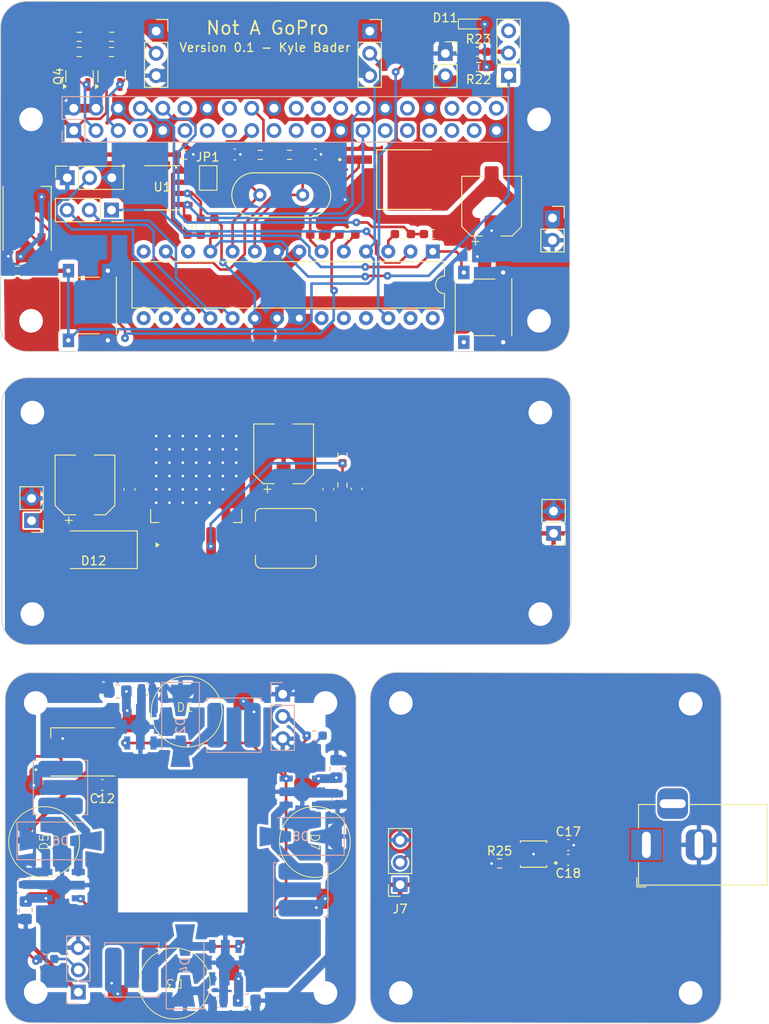
<source format=kicad_pcb>
(kicad_pcb (version 20221018) (generator pcbnew)
  (title_block (date "15 nov 2012"))
  (layers (0 "F.Cu" signal) (31 "B.Cu" signal) (34 "B.Paste" user) (35 "F.Paste" user) (36 "B.SilkS" user "B.Silkscreen") (37 "F.SilkS" user "F.Silkscreen") (38 "B.Mask" user) (39 "F.Mask" user) (44 "Edge.Cuts" user))
  (net 0 "")
  (net 1 "GND")
  (net 2 "/GPIO2{slash}SDA1")
  (net 3 "/GPIO3{slash}SCL1")
  (net 4 "/GPIO4{slash}GPCLK0")
  (net 5 "/GPIO14{slash}TXD0")
  (net 6 "/GPIO15{slash}RXD0")
  (net 7 "/GPIO17")
  (net 8 "/GPIO18{slash}PCM.CLK")
  (net 9 "/GPIO27")
  (net 10 "/GPIO22")
  (net 11 "/GPIO23")
  (net 12 "/GPIO26")
  (net 13 "/GPIO24")
  (net 14 "/GPIO10{slash}SPI0.MOSI")
  (net 15 "/GPIO9{slash}SPI0.MISO")
  (net 16 "/GPIO25")
  (net 17 "/GPIO11{slash}SPI0.SCLK")
  (net 18 "/GPIO8{slash}SPI0.CE0")
  (net 19 "/GPIO7{slash}SPI0.CE1")
  (net 20 "/ID_SDA")
  (net 21 "/ID_SCL")
  (net 22 "/GPIO5")
  (net 23 "/GPIO6")
  (net 24 "/GPIO12{slash}PWM0")
  (net 25 "/GPIO13{slash}PWM1")
  (net 26 "/GPIO19{slash}PCM.FS")
  (net 27 "/GPIO16")
  (net 28 "/GPIO20{slash}PCM.DIN")
  (net 29 "/GPIO21{slash}PCM.DOUT")
  (net 30 "+5V")
  (net 31 "+3V3")
  (net 32 "+BATT")
  (net 33 "Net-(U4-XTAL1{slash}PB6)")
  (net 34 "Net-(U4-XTAL2{slash}PB7)")
  (net 35 "Net-(D1-K)")
  (net 36 "Net-(D1-A)")
  (net 37 "Net-(D2-A)")
  (net 38 "Net-(D3-K)")
  (net 39 "Net-(D3-A)")
  (net 40 "Net-(D4-A)")
  (net 41 "Net-(D5-K)")
  (net 42 "Net-(D5-A)")
  (net 43 "Net-(D6-A)")
  (net 44 "Net-(D7-K)")
  (net 45 "Net-(D7-A)")
  (net 46 "Net-(D8-A)")
  (net 48 "Net-(D9-DIN)")
  (net 49 "Net-(D10-DOUT)")
  (net 50 "Net-(D10-DIN)")
  (net 51 "/Power State/Batt_Lvl")
  (net 52 "/LED Array/Status_DIN")
  (net 53 "/LED Array/LED_En")
  (net 54 "/Power State/Reset")
  (net 55 "/Power State/SCK")
  (net 56 "/Power State/MISO")
  (net 57 "/Power State/MOSI")
  (net 58 "/Power State/BDI")
  (net 59 "Net-(JP1-A)")
  (net 60 "/SCL")
  (net 61 "/SDA")
  (net 62 "/Power State/Pi_En")
  (net 63 "Net-(U2-FB)")
  (net 64 "/Pi_Rx")
  (net 65 "/Pi_Int")
  (net 66 "Net-(U9-PROG)")
  (net 70 "/Power Port and Charger/Chrg_Stat")
  (net 74 "/Power State/SS")
  (net 78 "/Power State/SDA")
  (net 79 "/Power State/SCL")
  (net 80 "/Power Port and Charger/12V_IN")
  (net 81 "/Power Supply/V_Out_Dirty")
  (net 82 "Pi_Gnd")
  (footprint "LED_SMD:LED_WS2812B_PLCC4_5.0x5.0mm_P3.2mm" (layer "F.Cu") (at 103.048 84.794085 90)
    (fp_text reference "D10" hide)
    (fp_text value "WS2812B" hide)
  )
  (footprint "Capacitor_SMD:C_0504_1310Metric_Pad0.83x1.28mm_HandSolder" (layer "F.Cu") (at 135.968768 77.492456)
    (fp_text reference "C15" hide)
    (fp_text value "22 pF" hide)
  )
  (footprint "Resistor_SMD:R_0603_1608Metric_Pad0.98x0.95mm_HandSolder" (layer "F.Cu") (at 124.423534 85.750278 -90)
    (fp_text reference "R26" hide)
    (fp_text value "R" hide)
  )
  (footprint "MountingHole:MountingHole_2.7mm_M2.5" (layer "F.Cu") (at 161.649243 129.983285)
    (fp_text reference "MH4" hide)
    (fp_text value "MountingHole_2.7mm_M2.5" hide)
  )
  (footprint "MountingHole:MountingHole_2.7mm_M2.5" (layer "F.Cu") (at 161.5 73.5)
    (fp_text reference "MH2" hide)
    (fp_text value "MountingHole_2.7mm_M2.5" hide)
  )
  (footprint "Capacitor_SMD:C_0504_1310Metric_Pad0.83x1.28mm_HandSolder" (layer "F.Cu") (at 164.846 156.356)
    (fp_text reference "C17")
    (fp_text value "10uF XR5/7" hide)
  )
  (footprint "Connector_PinSocket_2.54mm:PinSocket_1x03_P2.54mm_Vertical" (layer "F.Cu") (at 107.635 80.163 90)
    (fp_text reference "J16" hide)
    (fp_text value "ICSP_Header_1" hide)
  )
  (footprint "MountingHole:MountingHole_2.7mm_M2.5" (layer "F.Cu") (at 161.649243 106.983285)
    (fp_text reference "MH4" hide)
    (fp_text value "MountingHole_2.7mm_M2.5" hide)
  )
  (footprint "Capacitor_SMD:C_0504_1310Metric_Pad0.83x1.28mm_HandSolder" (layer "F.Cu") (at 140.671159 115.687714 -90)
    (fp_text reference "C10" hide)
    (fp_text value "10nF" hide)
  )
  (footprint "Resistor_SMD:R_0603_1608Metric_Pad0.98x0.95mm_HandSolder" (layer "F.Cu") (at 112.676883 65.802093 180)
    (fp_text reference "R14" hide)
    (fp_text value "10K" hide)
  )
  (footprint "Package_TO_SOT_SMD:SOT-23" (layer "F.Cu") (at 109.029793 68.577062 90)
    (fp_text reference "Q4")
    (fp_text value "BSS138" hide)
  )
  (footprint "Connector_PinSocket_2.54mm:PinSocket_1x03_P2.54mm_Vertical" (layer "F.Cu") (at 158.022704 68.465429 180)
    (fp_text reference "J12" hide)
    (fp_text value "Battery_Meas")
  )
  (footprint "Resistor_SMD:R_0603_1608Metric_Pad0.98x0.95mm_HandSolder" (layer "F.Cu") (at 108.988204 65.802093)
    (fp_text reference "R15" hide)
    (fp_text value "10K" hide)
  )
  (footprint "LED_SMD:LED_WS2812B_PLCC4_5.0x5.0mm_P3.2mm" (layer "F.Cu") (at 109.398 145.72 180)
    (fp_text reference "D9" hide)
    (fp_text value "WS2812B" hide)
  )
  (footprint "Capacitor_SMD:C_0504_1310Metric_Pad0.83x1.28mm_HandSolder" (layer "F.Cu") (at 128.844546 98.172289)
    (fp_text reference "C14" hide)
    (fp_text value "100nF" hide)
  )
  (footprint "Resistor_SMD:R_0603_1608Metric_Pad0.98x0.95mm_HandSolder" (layer "F.Cu") (at 112.691679 64.074021 180)
    (fp_text reference "R13" hide)
    (fp_text value "10K" hide)
  )
  (footprint "MountingHole:MountingHole_2.7mm_M2.5" (layer "F.Cu") (at 145.72 140.132 180)
    (fp_text reference "MH4" hide)
    (fp_text value "MountingHole_2.7mm_M2.5" hide)
  )
  (footprint "Resistor_SMD:R_0603_1608Metric_Pad0.98x0.95mm_HandSolder" (layer "F.Cu") (at 156.995522 158.460179)
    (fp_text reference "R25")
    (fp_text value "1K" hide)
  )
  (footprint "Resistor_SMD:R_0603_1608Metric_Pad0.98x0.95mm_HandSolder" (layer "F.Cu") (at 133.02 77.552456 180)
    (fp_text reference "R20" hide)
    (fp_text value "3.3K" hide)
  )
  (footprint "MountingHole:MountingHole_2.7mm_M2.5" (layer "F.Cu") (at 137.116 140.132)
    (fp_text reference "MH2" hide)
    (fp_text value "MountingHole_2.7mm_M2.5" hide)
  )
  (footprint "MCP73213-A6SI_MF:SON50P300X300X100-11N" (layer "F.Cu") (at 160.871 157.388 180)
    (fp_text reference "U9" hide)
    (fp_text value "MCP73213-A6SI_MF" hide)
  )
  (footprint "Connector_PinSocket_2.54mm:PinSocket_1x03_P2.54mm_Vertical" (layer "F.Cu") (at 112.683726 83.85145 -90)
    (fp_text reference "J13" hide)
    (fp_text value "ICSP_Header_2" hide)
  )
  (footprint "Inductor_SMD:L_Bourns_SRP7028A_7.3x6.6mm" (layer "F.Cu") (at 132.580835 121.342)
    (fp_text reference "L5" hide)
    (fp_text value "33uH" hide)
  )
  (footprint "LEDs:BEAD-3W-W-120-04" (layer "F.Cu") (at 128.6405 168.262906 180)
    (fp_text reference "D3")
    (fp_text value "3W LED" hide)
  )
  (footprint "Connector_PinSocket_2.54mm:PinSocket_1x02_P2.54mm_Vertical" (layer "F.Cu") (at 150.8 65.974)
    (fp_text reference "J18" hide)
    (fp_text value "RPI_POWER")
  )
  (footprint "Resistor_SMD:R_0603_1608Metric_Pad0.98x0.95mm_HandSolder" (layer "F.Cu") (at 139.059452 111.84831 -90)
    (fp_text reference "R10" hide)
    (fp_text value "1K" hide)
  )
  (footprint "Resistor_SMD:R_0603_1608Metric_Pad0.98x0.95mm_HandSolder" (layer "F.Cu") (at 153.544487 89.173042 180)
    (fp_text reference "R21" hide)
    (fp_text value "10K" hide)
  )
  (footprint "LEDs:BEAD-3W-W-120-04" (layer "F.Cu") (at 112.5075 145.021094)
    (fp_text reference "D1")
    (fp_text value "3W LED" hide)
  )
  (footprint "Connector_PinSocket_2.54mm:PinSocket_1x03_P2.54mm_Vertical" (layer "F.Cu") (at 142.168488 63.424)
    (fp_text reference "J17" hide)
    (fp_text value "Button_Header")
  )
  (footprint "MountingHole:MountingHole_2.7mm_M2.5" (layer "F.Cu") (at 178.804 173.24132 180)
    (fp_text reference "MH1" hide)
    (fp_text value "MountingHole_2.7mm_M2.5" hide)
  )
  (footprint "MountingHole:MountingHole_2.7mm_M2.5" (layer "F.Cu") (at 145.72 173.24132 180)
    (fp_text reference "MH2" hide)
    (fp_text value "MountingHole_2.7mm_M2.5" hide)
  )
  (footprint "Capacitor_SMD:C_0504_1310Metric_Pad0.83x1.28mm_HandSolder" (layer "F.Cu") (at 131.313592 98.172289 180)
    (fp_text reference "C13" hide)
    (fp_text value "100nF" hide)
  )
  (footprint "Capacitor_SMD:C_0504_1310Metric_Pad0.83x1.28mm_HandSolder" (layer "F.Cu") (at 101.524 89.124741 180)
    (fp_text reference "C6" hide)
    (fp_text value "0.1uF" hide)
  )
  (footprint "Connector_BarrelJack:BarrelJack_Horizontal" (layer "F.Cu") (at 173.756 156.3295 180)
    (fp_text reference "J4" hide)
    (fp_text value "Barrel_Jack" hide)
  )
  (footprint "MountingHole:MountingHole_2.7mm_M2.5" (layer "F.Cu") (at 178.804 140.22132 180)
    (fp_text reference "MH3" hide)
    (fp_text value "MountingHole_2.7mm_M2.5" hide)
  )
  (footprint "MountingHole:MountingHole_2.7mm_M2.5" (layer "F.Cu") (at 103.649243 106.983285)
    (fp_text reference "MH4" hide)
    (fp_text value "MountingHole_2.7mm_M2.5" hide)
  )
  (footprint "Buttons:Button_Sw_THT" (layer "F.Cu") (at 160.927596 101.891495 90)
    (fp_text reference "SW2" hide)
    (fp_text value "SW_Reset" hide)
  )
  (footprint "Resistor_SMD:R_0603_1608Metric_Pad0.98x0.95mm_HandSolder" (layer "F.Cu") (at 121.362834 85.748189 90)
    (fp_text reference "R1" hide)
    (fp_text value "3.9k" hide)
  )
  (footprint "Resistor_SMD:R_0603_1608Metric_Pad0.98x0.95mm_HandSolder" (layer "F.Cu") (at 154.570204 65.770799)
    (fp_text reference "R23")
    (fp_text value "10K" hide)
  )
  (footprint "Capacitor_SMD:CP_Elec_6.3x5.9" (layer "F.Cu") (at 132.336 111.69 90)
    (fp_text reference "C9" hide)
    (fp_text value "330uF 10V" hide)
  )
  (footprint "MountingHole:MountingHole_2.7mm_M2.5" (layer "F.Cu") (at 103.5 96.5)
    (fp_text reference "MH3" hide)
    (fp_text value "MountingHole_2.7mm_M2.5" hide)
  )
  (footprint "Capacitor_SMD:C_0504_1310Metric_Pad0.83x1.28mm_HandSolder" (layer "F.Cu") (at 126.76623 77.50331)
    (fp_text reference "C16" hide)
    (fp_text value "22 pF" hide)
  )
  (footprint "Resistor_SMD:R_0603_1608Metric_Pad0.98x0.95mm_HandSolder" (layer "F.Cu") (at 129.662069 77.552456 180)
    (fp_text reference "R19" hide)
    (fp_text value "2K" hide)
  )
  (footprint "MountingHole:MountingHole_2.7mm_M2.5" (layer "F.Cu") (at 103.5 73.5)
    (fp_text reference "MH1" hide)
    (fp_text value "MountingHole_2.7mm_M2.5" hide)
  )
  (footprint "MountingHole:MountingHole_2.7mm_M2.5" (layer "F.Cu") (at 103.649243 129.983285)
    (fp_text reference "MH4" hide)
    (fp_text value "MountingHole_2.7mm_M2.5" hide)
  )
  (footprint "Diode_SMD:D_SC-80_HandSoldering" (layer "F.Cu") (at 154.197656 62.611952)
    (fp_text reference "D11")
    (fp_text value "5.1V Zener" hide)
  )
  (footprint "Resistor_SMD:R_0603_1608Metric_Pad0.98x0.95mm_HandSolder" (layer "F.Cu") (at 149.267173 86.596367)
    (fp_text reference "R18" hide)
    (fp_text value "2K" hide)
  )
  (footprint "Connector_PinSocket_2.54mm:PinSocket_1x03_P2.54mm_Vertical" (layer "F.Cu") (at 117.78 63.424)
    (fp_text reference "J15" hide)
    (fp_text value "Stat_LED")
  )
  (footprint "Package_TO_SOT_SMD:SOT-23" (layer "F.Cu") (at 112.7 68.577062 90)
    (fp_text reference "Q3" hide)
    (fp_text value "BSS138" hide)
  )
  (footprint "Package_DIP:DIP-28_W7.62mm" (layer "F.Cu") (at 149.367173 88.58 -90)
    (fp_text reference "U4" hide)
    (fp_text value "ATmega328-P")
  )
  (footprint "Package_TO_SOT_SMD:TO-263-5_TabPin3" (layer "F.Cu") (at 122.352 114.708 90)
    (fp_text reference "U2" hide)
    (fp_text value "LM2596S-ADJ" hide)
  )
  (footprint "Resistor_SMD:R_0603_1608Metric_Pad0.98x0.95mm_HandSolder" (layer "F.Cu") (at 122.877438 85.748332 90)
    (fp_text reference "R2" hide)
    (fp_text value "3.9k" hide)
  )
  (footprint "MountingHole:MountingHole_2.7mm_M2.5" (layer "F.Cu") (at 137.116 173.24132)
    (fp_text reference "MH4" hide)
    (fp_text value "MountingHole_2.7mm_M2.5" hide)
  )
  (footprint "Capacitor_SMD:C_0504_1310Metric_Pad0.83x1.28mm_HandSolder" (layer "F.Cu") (at 114.732 115.748 90)
    (fp_text reference "C11" hide)
    (fp_text value "0.1uF 25V" hide)
  )
  (footprint "Jumper:SolderJumper-2_P1.3mm_Open_Pad1.0x1.5mm" (layer "F.Cu") (at 123.725186 80.188 90)
    (fp_text reference "JP1")
    (fp_text value "ID_WP" hide)
  )
  (footprint "Connector_PinHeader_2.54mm:PinHeader_1x02_P2.54mm_Vertical" (layer "F.Cu") (at 163.161273 120.768285 180)
    (fp_text reference "J6" hide)
    (fp_text value "5V Out")
  )
  (footprint "Buttons:Button_Sw_THT" (layer "F.Cu") (at 115.77793 101.680928 90)
    (fp_text reference "SW1" hide)
    (fp_text value "SW_DIP_x01" hide)
  )
  (footprint "MountingHole:MountingHole_2.7mm_M2.5" (layer "F.Cu") (at 104.032 173.152)
    (fp_text reference "MH3" hide)
    (fp_text value "MountingHole_2.7mm_M2.5" hide)
  )
  (footprint "Resistor_SMD:R_0603_1608Metric_Pad0.98x0.95mm_HandSolder" (layer "F.Cu") (at 121.043225 77.519035)
    (fp_text reference "C1" hide)
    (fp_text value "100n")
  )
  (footprint "Crystal:Crystal_HC49-U_Vertical" (layer "F.Cu") (at 129.628064 82.125717)
    (fp_text reference "Y2" hide)
    (fp_text value "16 Mhz" hide)
  )
  (footprint "Diode_SMD:D_SMA-SMB_Universal_Handsoldering" (layer "F.Cu") (at 110.668 122.63631 180)
    (fp_text reference "D12")
    (fp_text value "1N5825 " hide)
  )
  (footprint "AOD4184A:DPAK228P994X240-4N" (layer "F.Cu") (at 145.010097 80.376523 -90)
    (fp_text reference "Q2" hide)
    (fp_text value "AOD4184A")
  )
  (footprint "Resistor_SMD:R_0603_1608Metric_Pad0.98x0.95mm_HandSolder" (layer "F.Cu") (at 139.614411 86.660574 180)
    (fp_text reference "R8" hide)
    (fp_text value "220 Ohm (Opt)" hide)
  )
  (footprint "Resistor_SMD:R_0603_1608Metric_Pad0.98x0.95mm_HandSolder" (layer "F.Cu") (at 154.597175 67.521568 180)
    (fp_text reference "R22")
    (fp_text value "15K" hide)
  )
  (footprint "Resistor_SMD:R_0603_1608Metric_Pad0.98x0.95mm_HandSolder" (layer "F.Cu") (at 136.286749 86.669029)
    (fp_text reference "R7" hide)
    (fp_text value "10K" hide)
  )
  (footprint "Connector_PinSocket_2.54mm:PinSocket_1x02_P2.54mm_Vertical" (layer "F.Cu") (at 163.03703 84.76)
    (fp_text reference "J14" hide)
    (fp_text value "5V_In")
  )
  (footprint "Connector_PinHeader_2.54mm:PinHeader_1x02_P2.54mm_Vertical" (layer "F.Cu") (at 103.556 119.314 180)
    (fp_text reference "J5" hide)
    (fp_text value "Battery_In")
  )
  (footprint "CAT24C256WI-G:SOIC127P600X175-8N" (layer "F.Cu") (at 118.483845 81.314153)
    (fp_text reference "U1")
    (fp_text value "CAT24C256" hide)
  )
  (footprint "MountingHole:MountingHole_2.7mm_M2.5" (layer "F.Cu") (at 161.5 96.5)
    (fp_text reference "MH4" hide)
    (fp_text value "MountingHole_2.7mm_M2.5" hide)
  )
  (footprint "Resistor_SMD:R_0603_1608Metric_Pad0.98x0.95mm_HandSolder" (layer "F.Cu") (at 108.997322 64.074021)
    (fp_text reference "R16" hide)
    (fp_text value "10K" hide)
  )
  (footprint "Capacitor_SMD:C_0504_1310Metric_Pad0.83x1.28mm_HandSolder" (layer "F.Cu") (at 164.832127 158.051208)
    (fp_text reference "C18")
    (fp_text value "10uF XR5/7" hide)
  )
  (footprint "LEDs:BEAD-3W-W-120-04" (layer "F.Cu") (at 132.004 147.244 -90)
    (fp_text reference "D7")
    (fp_text value "LED" hide)
  )
  (footprint "LEDs:BEAD-3W-W-120-04" (layer "F.Cu") (at 108.89 164.772448 90)
    (fp_text reference "D5")
    (fp_text value "LED" hide)
  )
  (footprint "Capacitor_SMD:C_0504_1310Metric_Pad0.83x1.28mm_HandSolder" (layer "F.Cu") (at 111.640205 149.499961)
    (fp_text reference "C12")
    (fp_text value "0.1uF" hide)
  )
  (footprint "Connector_PinSocket_2.54mm:PinSocket_1x03_P2.54mm_Vertical" (layer "F.Cu") (at 145.63868 160.87868 180)
    (fp_text reference "J7")
    (fp_text value "Conn_01x03_Socket")
  )
  (footprint "Resistor_SMD:R_0603_1608Metric_Pad0.98x0.95mm_HandSolder" (layer "F.Cu") (at 145.954984 86.596367)
    (fp_text reference "R17" hide)
    (fp_text value "3.3K" hide)
  )
  (footprint "Capacitor_SMD:CP_Elec_6.3x5.9" (layer "F.Cu") (at 109.652 115.24 90)
    (fp_text reference "C8" hide)
    (fp_text value "100uF 25V" hide)
  )
  (footprint "Resistor_SMD:R_0603_1608Metric_Pad0.98x0.95mm_HandSolder" (layer "F.Cu") (at 101.94321 90.787887)
    (fp_text reference "R24" hide)
    (fp_text value "10K" hide)
  )
  (footprint "Resistor_SMD:R_0603_1608Metric_Pad0.98x0.95mm_HandSolder" (layer "F.Cu") (at 139.054833 115.249383 90)
    (fp_text reference "R9" hide)
    (fp_text value "3.065 K" hide)
  )
  (footprint "Capacitor_SMD:C_0504_1310Metric_Pad0.83x1.28mm_HandSolder" (layer "F.Cu") (at 137.444907 115.70927 90)
    (fp_text reference "C19" hide)
    (fp_text value "0.1uF" hide)
  )
  (footprint "Capacitor_SMD:CP_Elec_6.3x5.9" (layer "F.Cu") (at 156.087503 83.401144 90)
    (fp_text reference "C7" hide)
    (fp_text value "C_Polarized" hide)
  )
  (footprint "MountingHole:MountingHole_2.7mm_M2.5" (layer "F.Cu") (at 104.032 140.132)
    (fp_text reference "MH1" hide)
    (fp_text value "MountingHole_2.7mm_M2.5" hide)
  )
  (footprint "Connector_PinSocket_2.54mm:PinSocket_2x20_P2.54mm_Vertical" (layer "B.Cu") (at 108.37 74.77 -90)
    (fp_text reference "J1" hide)
    (fp_text value "GPIO")
  )
  (footprint "Capacitor_SMD:C_0504_1310Metric_Pad0.83x1.28mm_HandSolder" (layer "B.Cu") (at 102.713752 160.240115 -90)
    (fp_text reference "C4" hide)
    (fp_text value "100 uF" hide)
  )
  (footprint "PT4115:SOT-89-5" (layer "B.Cu") (at 134.472 150.268 90)
    (fp_text reference "U8" hide)
    (fp_text value "PT4115" hide)
  )
  (footprint "PT4115:SOT-89-5" (layer "B.Cu") (at 115.978 142.854 180)
    (fp_text reference "U5" hide)
    (fp_text value "PT4115" hide)
  )
  (footprint "Capacitor_SMD:C_0504_1310Metric_Pad0.83x1.28mm_HandSolder" (layer "B.Cu") (at 124.850322 174.268742)
    (fp_text reference "C3" hide)
    (fp_text value "100 uF" hide)
  )
  (footprint "Resistor_SMD:R_0805_2012Metric_Pad1.20x1.40mm_HandSolder" (layer "B.Cu") (at 102.889441 163.804084 90)
    (fp_text reference "R5" hide)
    (fp_text value "0.15" hide)
  )
  (footprint "Resistor_SMD:R_0603_1608Metric_Pad0.98x0.95mm_HandSolder" (layer "B.Cu") (at 135.87786 143.858782)
    (fp_text reference "R11" hide)
    (fp_text value "10K" hide)
  )
  (footprint "Diode_SMD:D_SMA-SMB_Universal_Handsoldering" (layer "B.Cu") (at 106.858 155.88)
    (fp_text reference "D6")
    (fp_text value "SS14" hide)
  )
  (footprint "PT4115:SOT-89-5" (layer "B.Cu") (at 125.678 169.778)
    (fp_text reference "U6" hide)
    (fp_text value "PT4115" hide)
  )
  (footprint "Resistor_SMD:R_0805_2012Metric_Pad1.20x1.40mm_HandSolder" (layer "B.Cu") (at 113.380145 138.819699)
    (fp_text reference "R3" hide)
    (fp_text value "0.15 Ohm" hide)
  )
  (footprint "Connector_PinSocket_2.54mm:PinSocket_1x03_P2.54mm_Vertical" (layer "B.Cu") (at 132.233 139.131 180)
    (fp_text reference "J3" hide)
    (fp_text value "HP_LED_Header")
  )
  (footprint "Resistor_SMD:R_0805_2012Metric_Pad1.20x1.40mm_HandSolder" (layer "B.Cu") (at 138.356976 147.656973 -90)
    (fp_text reference "R6" hide)
    (fp_text value "0.15" hide)
  )
  (footprint "Capacitor_SMD:C_0504_1310Metric_Pad0.83x1.28mm_HandSolder" (layer "B.Cu") (at 138.491358 151.140677 90)
    (fp_text reference "C5" hide)
    (fp_text value "100 uF" hide)
  )
  (footprint "Diode_SMD:D_SMA-SMB_Universal_Handsoldering" (layer "B.Cu") (at 120.565306 142.737493 -90)
    (fp_text reference "D2")
    (fp_text value "SS14" hide)
  )
  (footprint "Inductor_SMD:L_TDK_VLS6045EX_VLS6045AF" (layer "B.Cu") (at 134.29 161.468 90)
    (fp_text reference "L4" hide)
    (fp_text value "68 uH" hide)
  )
  (footprint "Resistor_SMD:R_0805_2012Metric_Pad1.20x1.40mm_HandSolder" (layer "B.Cu") (at 128.131723 174.113164 180)
    (fp_text reference "R4" hide)
    (fp_text value "0.15" hide)
  )
  (footprint "Diode_SMD:D_SMA-SMB_Universal_Handsoldering" (layer "B.Cu") (at 121.082 170.104 90)
    (fp_text reference "D4")
    (fp_text value "SS14" hide)
  )
  (footprint "Capacitor_SMD:C_0504_1310Metric_Pad0.83x1.28mm_HandSolder" (layer "B.Cu") (at 116.728089 138.608 180)
    (fp_text reference "C2" hide)
    (fp_text value "100 UF" hide)
  )
  (footprint "PT4115:SOT-89-5" (layer "B.Cu") (at 107.04 160.936 -90)
    (fp_text reference "U7" hide)
    (fp_text value "PT4115" hide)
  )
  (footprint "Inductor_SMD:L_TDK_VLS6045EX_VLS6045AF" (layer "B.Cu") (at 126.67 142.672 180)
    (fp_text reference "L1" hide)
    (fp_text value "68 uH" hide)
  )
  (footprint "Resistor_SMD:R_0603_1608Metric_Pad0.98x0.95mm_HandSolder" (layer "B.Cu") (at 105.237146 169.366035 180)
    (fp_text reference "R12" hide)
    (fp_text value "R" hide)
  )
  (footprint "Inductor_SMD:L_TDK_VLS6045EX_VLS6045AF" (layer "B.Cu") (at 106.858 149.784 -90)
    (fp_text reference "L3" hide)
    (fp_text value "68 uH" hide)
  )
  (footprint "Connector_PinHeader_2.54mm:PinHeader_1x03_P2.54mm_Vertical" (layer "B.Cu") (at 108.89 173.152)
    (fp_text reference "J2" hide)
    (fp_text value "Status_LED_Header" hide)
  )
  (footprint "Diode_SMD:D_SMA-SMB_Universal_Handsoldering" (layer "B.Cu") (at 134.29 155.372 180)
    (fp_text reference "D8")
    (fp_text value "SS14" hide)
  )
  (footprint "Inductor_SMD:L_TDK_VLS6045EX_VLS6045AF" (layer "B.Cu") (at 114.986 170.612)
    (fp_text reference "L2" hide)
    (fp_text value "68 uH" hide)
  )
  (gr_line (start 182.304 164.15332) (end 182.304 163.72132) (stroke (width 0.1)) (layer "Edge.Cuts"))
  (gr_line (start 100.541758 139.670576) (end 100.532 149.22) (stroke (width 0.1)) (layer "Edge.Cuts"))
  (gr_line (start 140.616 140.24664) (end 140.616 139.74664) (stroke (width 0.1)) (layer "Edge.Cuts"))
  (gr_arc (start 137.616 136.74664) (mid 139.73732 137.62532) (end 140.616 139.74664) (stroke (width 0.1)) (layer "Edge.Cuts"))
  (gr_line (start 165 63.50532) (end 165 63.00532) (stroke (width 0.1)) (layer "Edge.Cuts"))
  (gr_arc (start 140.616 173.74132) (mid 139.73732 175.86264) (end 137.616 176.74132) (stroke (width 0.1)) (layer "Edge.Cuts"))
  (gr_arc (start 142.22 139.632) (mid 143.09868 137.51068) (end 145.22 136.632) (stroke (width 0.1)) (layer "Edge.Cuts"))
  (gr_line (start 165 97) (end 165 73) (stroke (width 0.1)) (layer "Edge.Cuts"))
  (gr_line (start 179.304 136.72132) (end 145.22 136.632) (stroke (width 0.1)) (layer "Edge.Cuts"))
  (gr_line (start 100 73) (end 100 97) (stroke (width 0.1)) (layer "Edge.Cuts"))
  (gr_line (start 140.616 149.74132) (end 140.616 140.24664) (stroke (width 0.1)) (layer "Edge.Cuts"))
  (gr_arc (start 100.009515 63.018576) (mid 100.90183 60.883606) (end 103.048 60.018577) (stroke (width 0.1)) (layer "Edge.Cuts"))
  (gr_line (start 182.294242 173.702744) (end 182.304 164.15332) (stroke (width 0.1)) (layer "Edge.Cuts"))
  (gr_line (start 178.784 176.696) (end 145.22 176.62668) (stroke (width 0.1)) (layer "Edge.Cuts"))
  (gr_arc (start 179.304 136.72132) (mid 181.42532 137.6) (end 182.304 139.72132) (stroke (width 0.1)) (layer "Edge.Cuts"))
  (gr_arc (start 162.52 60.025321) (mid 164.301834 61.065433) (end 165.004403 63.00532) (stroke (width 0.1)) (layer "Edge.Cuts"))
  (gr_line (start 165 73) (end 165 63.50532) (stroke (width 0.1)) (layer "Edge.Cuts"))
  (gr_line (start 140.616 173.74132) (end 140.616 149.74132) (stroke (width 0.1)) (layer "Edge.Cuts"))
  (gr_line (start 142.22 163.632) (end 142.22 173.12668) (stroke (width 0.1)) (layer "Edge.Cuts"))
  (gr_line (start 100 72.568) (end 100 73) (stroke (width 0.1)) (layer "Edge.Cuts"))
  (gr_line (start 179.294242 176.702744) (end 178.784 176.696) (stroke (width 0.1)) (layer "Edge.Cuts"))
  (gr_line (start 100.532 149.22) (end 100.532 149.652) (stroke (width 0.1)) (layer "Edge.Cuts"))
  (gr_line (start 100.009758 63.018576) (end 100 72.568) (stroke (width 0.1)) (layer "Edge.Cuts"))
  (gr_arc (start 162.149243 102.983285) (mid 164.270562 103.861965) (end 165.149243 105.983285) (stroke (width 0.1)) (layer "Edge.Cuts"))
  (gr_arc (start 103 100) (mid 100.87868 99.12132) (end 100 97) (stroke (width 0.1)) (layer "Edge.Cuts"))
  (gr_line (start 162.149243 102.983285) (end 103.149243 102.983285) (stroke (width 0.1)) (layer "Edge.Cuts"))
  (gr_line (start 103 100) (end 162 100) (stroke (width 0.1)) (layer "Edge.Cuts"))
  (gr_line (start 103.541758 136.670576) (end 104.052 136.67732) (stroke (width 0.1)) (layer "Edge.Cuts"))
  (gr_arc (start 100.541758 139.670576) (mid 101.420438 137.549256) (end 103.541758 136.670576) (stroke (width 0.1)) (layer "Edge.Cuts"))
  (gr_line (start 142.22 173.12668) (end 142.22 173.62668) (stroke (width 0.1)) (layer "Edge.Cuts"))
  (gr_line (start 182.304 163.72132) (end 182.304 139.72132) (stroke (width 0.1)) (layer "Edge.Cuts"))
  (gr_line (start 104.052 136.67732) (end 137.616 136.74664) (stroke (width 0.1)) (layer "Edge.Cuts"))
  (gr_line (start 100.532 149.652) (end 100.532 173.652) (stroke (width 0.1)) (layer "Edge.Cuts"))
  (gr_arc (start 100.149243 105.983285) (mid 101.027923 103.861965) (end 103.149243 102.983285) (stroke (width 0.1)) (layer "Edge.Cuts"))
  (gr_line (start 165.149243 106.483285) (end 165.149243 105.983285) (stroke (width 0.1)) (layer "Edge.Cuts"))
  (gr_arc (start 182.294242 173.702744) (mid 181.415562 175.824064) (end 179.294242 176.702744) (stroke (width 0.1)) (layer "Edge.Cuts"))
  (gr_line (start 103.149243 133.483285) (end 162.149243 133.483285) (stroke (width 0.1)) (layer "Edge.Cuts"))
  (gr_arc (start 165.149243 130.483285) (mid 164.270563 132.604605) (end 162.149243 133.483285) (stroke (width 0.1)) (layer "Edge.Cuts"))
  (gr_line (start 142.22 139.632) (end 142.22 163.632) (stroke (width 0.1)) (layer "Edge.Cuts"))
  (gr_arc (start 103.532 176.652) (mid 101.41068 175.77332) (end 100.532 173.652) (stroke (width 0.1)) (layer "Edge.Cuts"))
  (gr_line (start 103.532 176.652) (end 137.616 176.74132) (stroke (width 0.1)) (layer "Edge.Cuts"))
  (gr_arc (start 165 97) (mid 164.12132 99.12132) (end 162 100) (stroke (width 0.1)) (layer "Edge.Cuts"))
  (gr_line (start 100.149243 106.483285) (end 100.149243 105.983285) (stroke (width 0.1)) (layer "Edge.Cuts"))
  (gr_line (start 100.149243 106.483285) (end 100.149243 130.483285) (stroke (width 0.1)) (layer "Edge.Cuts"))
  (gr_arc (start 145.22 176.62668) (mid 143.09868 175.748) (end 142.22 173.62668) (stroke (width 0.1)) (layer "Edge.Cuts"))
  (gr_arc (start 103.149243 133.483285) (mid 101.027923 132.604605) (end 100.149243 130.483285) (stroke (width 0.1)) (layer "Edge.Cuts"))
  (gr_line (start 165.149243 130.483285) (end 165.149243 106.483285) (stroke (width 0.1)) (layer "Edge.Cuts"))
  (gr_rect (start 113.462 148.768) (end 128.194 164.008) (stroke (width 0.05)) (fill none) (layer "Edge.Cuts"))
  (gr_line (start 162.52 60.02532) (end 103.048 60.018577) (stroke (width 0.1)) (layer "Edge.Cuts"))
  (gr_text "Not A GoPro" (at 123.368 63.932) (layer "F.SilkS") (effects (font (size 1.5 1.5) (thickness 0.2) bold) (justify left bottom)))
  (gr_text "Version 0.1 - Kyle Bader" (at 120.337723 65.87393) (layer "F.SilkS") (effects (font (size 1 1)) (justify left bottom)))
  (segment (start 118.796 113.208) (end 117.78 114.224) (width 0.3) (layer "F.Cu") (net 1))
  (segment (start 125.285 115.633) (end 125.4 115.748) (width 0.3) (layer "F.Cu") (net 1))
  (segment (start 157.407596 92.884404) (end 157.407596 90.986495) (width 1.5) (layer "F.Cu") (net 1))
  (segment (start 122.352 113.208) (end 121.336 113.208) (width 0.3) (layer "F.Cu") (net 1))
  (segment (start 119.577 115.633) (end 117.895 115.633) (width 0.3) (layer "F.Cu") (net 1))
  (segment (start 125.127 115.633) (end 125.285 115.633) (width 0.3) (layer "F.Cu") (net 1))
  (segment (start 123.368 113.208) (end 123.876 112.7) (width 0.3) (layer "F.Cu") (net 1))
  (segment (start 122.352 113.208) (end 118.796 113.208) (width 0.3) (layer "F.Cu") (net 1))
  (segment (start 151.767281 84.921367) (end 151.872324 84.816324) (width 1) (layer "F.Cu") (net 1))
  (segment (start 135.863711 98.172289) (end 135.981587 98.054413) (width 0.3) (layer "F.Cu") (net 1))
  (segment (start 118.173 110.783) (end 117.78 111.176) (width 0.3) (layer "F.Cu") (net 1))
  (segment (start 140.920097 82.662523) (end 143.178941 84.921367) (width 1) (layer "F.Cu") (net 1))
  (segment (start 119.697 110.783) (end 120.828 109.652) (width 0.3) (layer "F.Cu") (net 1))
  (segment (start 160.246359 84.76) (end 156.087503 80.601144) (width 1.5) (layer "F.Cu") (net 1))
  (segment (start 125.752 116.258) (end 125.127 115.633) (width 1) (layer "F.Cu") (net 1))
  (segment (start 150.179673 86.508974) (end 151.872324 84.816324) (width 1.5) (layer "F.Cu") (net 1))
  (segment (start 119.577 110.783) (end 119.697 110.783) (width 0.3) (layer "F.Cu") (net 1))
  (segment (start 137.444907 115.08177) (end 137.51252 115.149383) (width 0.25) (layer "F.Cu") (net 1))
  (segment (start 125.127 110.783) (end 125.793 110.783) (width 0.3) (layer "F.Cu") (net 1))
  (segment (start 125.127 110.783) (end 124.269 110.783) (width 0.3) (layer "F.Cu") (net 1))
  (segment (start 149.276 99.2) (end 149.276 99.118091) (width 1.5) (layer "F.Cu") (net 1))
  (segment (start 125.752 122.358) (end 125.752 116.258) (width 1) (layer "F.Cu") (net 1))
  (segment (start 119.577 109.925) (end 119.304 109.652) (width 0.3) (layer "F.Cu") (net 1))
  (segment (start 140.920097 82.662523) (end 139.34 82.662523) (width 1) (layer "F.Cu") (net 1))
  (segment (start 137.127173 99.2) (end 149.276 99.2) (width 1.5) (layer "F.Cu") (net 1))
  (segment (start 131.941092 99.046908) (end 131.941092 98.172289) (width 0.3) (layer "F.Cu") (net 1))
  (segment (start 118.911 110.783) (end 117.78 109.652) (width 0.3) (layer "F.Cu") (net 1))
  (segment (start 121.221 110.783) (end 122.352 109.652) (width 0.3) (layer "F.Cu") (net 1))
  (segment (start 123.991 115.633) (end 123.876 115.748) (width 0.3) (layer "F.Cu") (net 1))
  (segment (start 112.715 81.365081) (end 114.569072 83.219153) (width 0.5) (layer "F.Cu") (net 1))
  (segment (start 135.981587 98.054413) (end 137.127173 99.2) (width 1.5) (layer "F.Cu") (net 1))
  (segment (start 119.577 110.783) (end 118.911 110.783) (width 0.3) (layer "F.Cu") (net 1))
  (segment (start 137.199249 86.669029) (end 137.199249 86.383371) (width 0.3) (layer "F.Cu") (net 1))
  (segment (start 131.941092 98.172289) (end 135.863711 98.172289) (width 0.3) (layer "F.Cu") (net 1))
  (segment (start 119.419 115.633) (end 119.304 115.748) (width 0.3) (layer "F.Cu") (net 1))
  (segment (start 106.986 144.07) (end 107.112 144.196) (width 0.3) (layer "F.Cu") (net 1))
  (segment (start 151.872324 84.816324) (end 156.087503 80.601144) (width 1.5) (layer "F.Cu") (net 1))
  (segment (start 121.336 113.208) (end 120.828 112.7) (width 0.3) (layer "F.Cu") (net 1))
  (segment (start 151.264505 97.211495) (end 153.080505 97.211495) (width 1.5) (layer "F.Cu") (net 1))
  (segment (start 119.577 115.633) (end 119.577 115.475) (width 0.3) (layer "F.Cu") (net 1))
  (segment (start 143.178941 84.921367) (end 151.767281 84.921367) (width 1) (layer "F.Cu") (net 1))
  (segment (start 119.577 110.783) (end 120.435 110.783) (width 0.3) (layer "F.Cu") (net 1))
  (segment (start 159.436 157.388) (end 160.871 157.388) (width 0.25) (layer "F.Cu") (net 1))
  (segment (start 125.127 110.783) (end 126.531 110.783) (width 0.3) (layer "F.Cu") (net 1))
  (segment (start 125.127 115.633) (end 123.991 115.633) (width 0.3) (layer "F.Cu") (net 1))
  (segment (start 114.569072 83.219153) (end 116.008845 83.219153) (width 0.5) (layer "F.Cu") (net 1))
  (segment (start 122.352 122.358) (end 122.352 117.272) (width 1) (layer "F.Cu") (net 1))
  (segment (start 122.001588 77.519035) (end 122.022825 77.497798) (width 0.5) (layer "F.Cu") (net 1))
  (segment (start 121.955725 77.519035) (end 122.001588 77.519035) (width 0.5) (layer "F.Cu") (net 1))
  (segment (start 119.577 110.783) (end 119.577 110.903) (width 0.3) (layer "F.Cu") (net 1))
  (segment (start 159.436 157.888) (end 160.371 157.888) (width 0.25) (layer "F.Cu") (net 1))
  (segment (start 125.127 110.783) (end 125.127 112.427) (width 0.3) (layer "F.Cu") (net 1))
  (segment (start 165.4735 156.356) (end 165.459627 156.369873) (width 1) (layer "F.Cu") (net 1))
  (segment (start 155.297656 62.611952) (end 155.297656 62.623624) (width 0.3) (layer "F.Cu") (net 1))
  (segment (start 128.677046 99.272289) (end 131.715711 99.272289) (width 0.3) (layer "F.Cu") (net 1))
  (segment (start 119.577 110.783) (end 121.221 110.783) (width 0.3) (layer "F.Cu") (net 1))
  (segment (start 102.1515 89.124741) (end 102.281928 89.124741) (width 0.3) (layer "F.Cu") (net 1))
  (segment (start 128.217046 98.172289) (end 128.217046 98.812289) (width 0.3) (layer "F.Cu") (net 1))
  (segment (start 122.352 113.208) (end 122.352 112.7) (width 0.3) (layer "F.Cu") (net 1))
  (segment (start 128.700423 77.50331) (end 128.749569 77.552456) (width 0.5) (layer "F.Cu") (net 1))
  (segment (start 122.352 113.208) (end 123.368 113.208) (width 0.3) (layer "F.Cu") (net 1))
  (segment (start 125.127 114.497) (end 125.4 114.224) (width 0.3) (layer "F.Cu") (net 1))
  (segment (start 137.51252 115.149383) (end 140.58199 115.149383) (width 0.25) (layer "F.Cu") (net 1))
  (segment (start 120.435 110.783) (end 120.828 111.176) (width 0.3) (layer "F.Cu") (net 1))
  (segment (start 124.269 110.783) (end 123.876 111.176) (width 0.3) (layer "F.Cu") (net 1))
  (segment (start 119.577 110.783) (end 119.577 112.427) (width 0.3) (layer "F.Cu") (net 1))
  (segment (start 165.459627 158.051208) (end 165.459627 156.369873) (width 1) (layer "F.Cu") (net 1))
  (segment (start 155.297656 62.623624) (end 155.303008 62.628976) (width 0.3) (layer "F.Cu") (net 1))
  (segment (start 122.86 113.208) (end 123.876 114.224) (width 0.3) (layer "F.Cu") (net 1))
  (segment (start 161.359091 84.76) (end 163.03703 84.76) (width 1.5) (layer "F.Cu") (net 1))
  (segment (start 119.577 112.427) (end 119.304 112.7) (width 0.3) (layer "F.Cu") (net 1))
  (segment (start 163.03703 84.76) (end 160.246359 84.76) (width 1.5) (layer "F.Cu") (net 1))
  (segment (start 125.127 110.783) (end 125.127 109.925) (width 0.3) (layer "F.Cu") (net 1))
  (segment (start 127.39373 77.50331) (end 128.700423 77.50331) (width 0.5) (layer "F.Cu") (net 1))
  (segment (start 111.012705 150.636705) (end 111.176 150.8) (width 0.3) (layer "F.Cu") (net 1))
  (segment (start 122.352 113.208) (end 122.352 114.224) (width 0.3) (layer "F.Cu") (net 1))
  (segment (start 140.58199 115.149383) (end 140.671159 115.060214) (width 0.25) (layer "F.Cu") (net 1))
  (segment (start 128.217046 98.812289) (end 128.677046 99.272289) (width 0.3) (layer "F.Cu") (net 1))
  (segment (start 149.276 99.2) (end 151.264505 97.211495) (width 1.5) (layer "F.Cu") (net 1))
  (segment (start 125.793 110.783) (end 126.924 109.652) (width 0.3) (layer "F.Cu") (net 1))
  (segment (start 125.127 112.427) (end 125.4 112.7) (width 0.3) (layer "F.Cu") (net 1))
  (segment (start 119.577 110.783) (end 118.173 110.783) (width 0.3) (layer "F.Cu") (net 1))
  (segment (start 125.127 109.925) (end 125.4 109.652) (width 0.3) (layer "F.Cu") (net 1))
  (segment (start 125.515 115.633) (end 126.924 114.224) (width 0.3) (layer "F.Cu") (net 1))
  (segment (start 137.199249 86.383371) (end 140.920097 82.662523) (width 0.3) (layer "F.Cu") (net 1))
  (segment (start 150.179673 86.596367) (end 150.179673 86.508974) (width 1.5) (layer "F.Cu") (net 1))
  (segment (start 125.127 110.903) (end 126.924 112.7) (width 0.3) (layer "F.Cu") (net 1))
  (segment (start 122.352 113.208) (end 122.352 111.176) (width 0.3) (layer "F.Cu") (net 1))
  (segment (start 126.531 110.783) (end 126.924 111.176) (width 0.3) (layer "F.Cu") (net 1))
  (segment (start 125.127 110.783) (end 125.127 110.903) (width 0.3) (layer "F.Cu") (net 1))
  (segment (start 119.577 110.783) (end 119.577 109.925) (width 0.3) (layer "F.Cu") (net 1))
  (segment (start 102.281928 89.124741) (end 102.310287 89.1531) (width 0.3) (layer "F.Cu") (net 1))
  (segment (start 112.25793 90.775928) (end 112.25793 86.970068) (width 0.5) (layer "F.Cu") (net 1))
  (segment (start 125.127 115.633) (end 125.127 114.497) (width 0.3) (layer "F.Cu") (net 1))
  (segment (start 125.127 110.783) (end 125.007 110.783) (width 0.3) (layer "F.Cu") (net 1))
  (segment (start 153.080505 97.211495) (end 157.407596 92.884404) (width 1.5) (layer "F.Cu") (net 1))
  (segment (start 119.577 110.903) (end 119.304 111.176) (width 0.3) (layer "F.Cu") (net 1))
  (segment (start 104.698 82.344085) (end 110.533915 82.344085) (width 0.5) (layer "F.Cu") (net 1))
  (segment (start 111.012705 149.499961) (end 111.012705 150.636705) (width 0.3) (layer "F.Cu") (net 1))
  (segment (start 106.948 144.07) (end 106.986 144.07) (width 0.3) (layer "F.Cu") (net 1))
  (segment (start 125.127 115.633) (end 125.515 115.633) (width 0.3) (layer "F.Cu") (net 1))
  (segment (start 125.007 110.783) (end 123.876 109.652) (width 0.3) (layer "F.Cu") (net 1))
  (segment (start 112.715 80.163) (end 112.715 81.365081) (width 0.5) (layer "F.Cu") (net 1))
  (segment (start 131.715711 99.272289) (end 131.941092 99.046908) (width 0.3) (layer "F.Cu") (net 1))
  (segment (start 117.895 115.633) (end 117.78 115.748) (width 0.3) (layer "F.Cu") (net 1))
  (segment (start 119.577 115.475) (end 120.828 114.224) (width 0.3) (layer "F.Cu") (net 1))
  (segment (start 157.407596 88.711495) (end 161.359091 84.76) (width 1.5) (layer "F.Cu") (net 1))
  (segment (start 119.577 115.633) (end 119.419 115.633) (width 0.3) (layer "F.Cu") (net 1))
  (segment (start 112.25793 86.970068) (end 116.008845 83.219153) (width 0.5) (layer "F.Cu") (net 1))
  (segment (start 119.577 110.903) (end 117.78 112.7) (width 0.3) (layer "F.Cu") (net 1))
  (segment (start 134.127173 96.2) (end 135.981587 98.054413) (width 1.5) (layer "F.Cu") (net 1))
  (segment (start 157.407596 90.986495) (end 157.407596 88.711495) (width 1.5) (layer "F.Cu") (net 1))
  (segment (start 160.371 157.888) (end 160.871 157.388) (width 0.25) (layer "F.Cu") (net 1))
  (segment (start 110.533915 82.344085) (end 112.715 80.163) (width 0.5) (layer "F.Cu") (net 1))
  (segment (start 122.352 113.208) (end 122.86 113.208) (width 0.3) (layer "F.Cu") (net 1))
  (segment (start 143.48354 84.971367) (end 148.554673 84.971367) (width 0.9) (layer "F.Cu") (net 1))
  (via (at 122.022825 77.497798) (size 0.9) (drill 0.3) (layers "F.Cu" "B.Cu") (net 1))
  (via (at 126.924 114.224) (size 0.9) (drill 0.3) (layers "F.Cu" "B.Cu") (net 1))
  (via (at 127.39373 77.50331) (size 0.9) (drill 0.3) (layers "F.Cu" "B.Cu") (net 1))
  (via (at 165.459627 156.369873) (size 0.9) (drill 0.3) (layers "F.Cu" "B.Cu") (net 1))
  (via (at 123.876 114.224) (size 0.9) (drill 0.3) (layers "F.Cu" "B.Cu") (net 1))
  (via (at 123.876 117.272) (size 0.9) (drill 0.3) (layers "F.Cu" "B.Cu") (net 1))
  (via (at 125.4 115.748) (size 0.9) (drill 0.3) (layers "F.Cu" "B.Cu") (net 1))
  (via (at 117.78 112.7) (size 0.9) (drill 0.3) (layers "F.Cu" "B.Cu") (net 1))
  (via (at 122.352 111.176) (size 0.9) (drill 0.3) (layers "F.Cu" "B.Cu") (net 1))
  (via (at 117.78 115.748) (size 0.9) (drill 0.3) (layers "F.Cu" "B.Cu") (net 1))
  (via (at 126.924 111.176) (size 0.9) (drill 0.3) (layers "F.Cu" "B.Cu") (net 1))
  (via (at 120.828 111.176) (size 0.9) (drill 0.3) (layers "F.Cu" "B.Cu") (net 1))
  (via (at 119.304 109.652) (size 0.9) (drill 0.3) (layers "F.Cu" "B.Cu") (net 1))
  (via (at 155.509675 67.521568) (size 0.9) (drill 0.3) (layers "F.Cu" "B.Cu") (net 1))
  (via (at 156.083022 158.460179) (size 0.9) (drill 0.3) (layers "F.Cu" "B.Cu") (net 1))
  (via (at 126.924 112.7) (size 0.9) (drill 0.3) (layers "F.Cu" "B.Cu") (net 1))
  (via (at 120.828 117.272) (size 0.9) (drill 0.3) (layers "F.Cu" "B.Cu") (net 1))
  (via (at 104.698 82.344085) (size 0.9) (drill 0.3) (layers "F.Cu" "B.Cu") (net 1))
  (via (at 117.78 114.224) (size 0.9) (drill 0.3) (layers "F.Cu" "B.Cu") (net 1))
  (via (at 107.112 144.196) (size 0.9) (drill 0.3) (layers "F.Cu" "B.Cu") (net 1))
  (via (at 117.78 117.272) (size 0.9) (drill 0.3) (layers "F.Cu" "B.Cu") (net 1))
  (via (at 117.78 109.652) (size 0.9) (drill 0.3) (layers "F.Cu" "B.Cu") (net 1))
  (via (at 119.304 112.7) (size 0.9) (drill 0.3) (layers "F.Cu" "B.Cu") (net 1))
  (via (at 123.876 115.748) (size 0.9) (drill 0.3) (layers "F.Cu" "B.Cu") (net 1))
  (via (at 120.828 114.224) (size 0.9) (drill 0.3) (layers "F.Cu" "B.Cu") (net 1))
  (via (at 119.304 115.748) (size 0.9) (drill 0.3) (layers "F.Cu" "B.Cu") (net 1))
  (via (at 122.352 109.652) (size 0.9) (drill 0.3) (layers "F.Cu" "B.Cu") (net 1))
  (via (at 102.310287 89.1531) (size 0.9) (drill 0.3) (layers "F.Cu" "B.Cu") (net 1))
  (via (at 155.303008 62.628976) (size 0.9) (drill 0.3) (layers "F.Cu" "B.Cu") (net 1))
  (via (at 122.352 115.748) (size 0.9) (drill 0.3) (layers "F.Cu" "B.Cu") (net 1))
  (via (at 123.876 112.7) (size 0.9) (drill 0.3) (layers "F.Cu" "B.Cu") (net 1))
  (via (at 119.304 117.272) (size 0.9) (drill 0.3) (layers "F.Cu" "B.Cu") (net 1))
  (via (at 160.871 157.388) (size 0.9) (drill 0.3) (layers "F.Cu" "B.Cu") (net 1))
  (via (at 125.4 111.176) (size 0.9) (drill 0.3) (layers "F.Cu" "B.Cu") (net 1))
  (via (at 139.34 82.662523) (size 0.9) (drill 0.3) (layers "F.Cu" "B.Cu") (net 1))
  (via (at 126.924 109.652) (size 0.9) (drill 0.3) (layers "F.Cu" "B.Cu") (net 1))
  (via (at 125.4 114.224) (size 0.9) (drill 0.3) (layers "F.Cu" "B.Cu") (net 1))
  (via (at 119.304 111.176) (size 0.9) (drill 0.3) (layers "F.Cu" "B.Cu") (net 1))
  (via (at 117.78 111.176) (size 0.9) (drill 0.3) (layers "F.Cu" "B.Cu") (net 1))
  (via (at 123.876 109.652) (size 0.9) (drill 0.3) (layers "F.Cu" "B.Cu") (net 1))
  (via (at 136.596268 77.492456) (size 0.9) (drill 0.3) (layers "F.Cu" "B.Cu") (net 1))
  (via (at 123.876 111.176) (size 0.9) (drill 0.3) (layers "F.Cu" "B.Cu") (net 1))
  (via (at 120.828 112.7) (size 0.9) (drill 0.3) (layers "F.Cu" "B.Cu") (net 1))
  (via (at 122.352 114.224) (size 0.9) (drill 0.3) (layers "F.Cu" "B.Cu") (net 1))
  (via (at 120.828 109.652) (size 0.9) (drill 0.3) (layers "F.Cu" "B.Cu") (net 1))
  (via (at 120.828 115.748) (size 0.9) (drill 0.3) (layers "F.Cu" "B.Cu") (net 1))
  (via (at 119.304 114.224) (size 0.9) (drill 0.3) (layers "F.Cu" "B.Cu") (net 1))
  (via (at 122.352 112.7) (size 0.9) (drill 0.3) (layers "F.Cu" "B.Cu") (net 1))
  (via (at 125.4 112.7) (size 0.9) (drill 0.3) (layers "F.Cu" "B.Cu") (net 1))
  (via (at 125.4 109.652) (size 0.9) (drill 0.3) (layers "F.Cu" "B.Cu") (net 1))
  (via (at 122.352 117.272) (size 0.9) (drill 0.3) (layers "F.Cu" "B.Cu") (net 1))
  (via (at 111.176 150.8) (size 0.9) (drill 0.3) (layers "F.Cu" "B.Cu") (net 1))
  (segment (start 116.100589 138.608) (end 116.100589 142.731411) (width 1) (layer "B.Cu") (net 1))
  (segment (start 116.100589 142.731411) (end 115.978 142.854) (width 1) (layer "B.Cu") (net 1))
  (segment (start 136.596268 79.918791) (end 139.34 82.662523) (width 1) (layer "B.Cu") (net 1))
  (segment (start 106.971615 160.867615) (end 107.04 160.936) (width 1) (layer "B.Cu") (net 1))
  (segment (start 117.811274 63.392726) (end 117.78 63.424) (width 1) (layer "B.Cu") (net 1))
  (segment (start 127.39373 77.50331) (end 122.028337 77.50331) (width 1) (layer "B.Cu") (net 1))
  (segment (start 155.303008 62.628976) (end 155.303008 67.314901) (width 0.3) (layer "B.Cu") (net 1))
  (segment (start 125.477822 174.268742) (end 125.477822 169.978178) (width 1) (layer "B.Cu") (net 1))
  (segment (start 122.028337 77.50331) (end 122.022825 77.497798) (width 1) (layer "B.Cu") (net 1))
  (segment (start 136.596268 77.492456) (end 127.404584 77.492456) (width 1) (layer "B.Cu") (net 1))
  (segment (start 138.376744 150.449244) (end 134.653244 150.449244) (width 1) (layer "B.Cu") (net 1))
  (segment (start 104.698 82.344085) (end 104.698 86.765387) (width 0.5) (layer "B.Cu") (net 1))
  (segment (start 136.79036 143.858782) (end 135.588142 145.061) (width 0.3) (layer "B.Cu") (net 1))
  (segment (start 131.587173 88.58) (end 131.587173 93.66) (width 1) (layer "B.Cu") (net 1))
  (segment (start 127.404584 77.492456) (end 127.39373 77.50331) (width 1) (layer "B.Cu") (net 1))
  (segment (start 135.588142 145.061) (end 133.083 145.061) (width 0.3) (layer "B.Cu") (net 1))
  (segment (start 131.587173 93.66) (end 134.127173 96.2) (width 1) (layer "B.Cu") (net 1))
  (segment (start 125.477822 169.978178) (end 125.678 169.778) (width 1) (layer "B.Cu") (net 1))
  (segment (start 155.303008 67.314901) (end 155.509675 67.521568) (width 0.3) (layer "B.Cu") (net 1))
  (segment (start 133.083 145.061) (end 132.233 144.211) (width 0.3) (layer "B.Cu") (net 1))
  (segment (start 134.653244 150.449244) (end 134.472 150.268) (width 1) (layer "B.Cu") (net 1))
  (segment (start 102.713752 160.867615) (end 106.971615 160.867615) (width 1) (layer "B.Cu") (net 1))
  (segment (start 104.698 86.765387) (end 102.310287 89.1531) (width 0.5) (layer "B.Cu") (net 1))
  (segment (start 136.596268 77.492456) (end 136.596268 79.918791) (width 1) (layer "B.Cu") (net 1))
  (segment (start 107.288204 67.344921) (end 109.457845 69.514562) (width 0.2) (layer "F.Cu") (net 2))
  (segment (start 109.979793 69.514562) (end 109.679794 69.814561) (width 0.3) (layer "F.Cu") (net 2))
  (segment (start 107.288204 64.870639) (end 107.288204 67.344921) (width 0.2) (layer "F.Cu") (net 2))
  (segment (start 108.084822 64.074021) (end 107.288204 64.870639) (width 0.2) (layer "F.Cu") (net 2))
  (segment (start 109.457845 69.514562) (end 109.979793 69.514562) (width 0.2) (layer "F.Cu") (net 2))
  (via (at 109.81 69.514562) (size 0.9) (drill 0.3) (layers "F.Cu" "B.Cu") (net 2))
  (segment (start 109.652 73.512) (end 109.652 69.672562) (width 0.3) (layer "B.Cu") (net 2))
  (segment (start 109.652 69.672562) (end 109.81 69.514562) (width 0.3) (layer "B.Cu") (net 2))
  (segment (start 110.91 74.77) (end 109.652 73.512) (width 0.3) (layer "B.Cu") (net 2))
  (segment (start 114.926883 68.237679) (end 114.926883 64.909225) (width 0.3) (layer "F.Cu") (net 3))
  (segment (start 113.65 69.514562) (end 114.926883 68.237679) (width 0.3) (layer "F.Cu") (net 3))
  (segment (start 114.926883 64.909225) (end 114.091679 64.074021) (width 0.3) (layer "F.Cu") (net 3))
  (segment (start 114.091679 64.074021) (end 113.604179 64.074021) (width 0.3) (layer "F.Cu") (net 3))
  (via (at 113.65 69.514562) (size 0.9) (drill 0.3) (layers "F.Cu" "B.Cu") (net 3))
  (segment (start 112.25 73.57) (end 112.25 70.986) (width 0.3) (layer "B.Cu") (net 3))
  (segment (start 113.65 69.586) (end 113.65 69.514562) (width 0.3) (layer "B.Cu") (net 3))
  (segment (start 112.25 70.986) (end 113.65 69.586) (width 0.3) (layer "B.Cu") (net 3))
  (segment (start 113.45 74.77) (end 112.25 73.57) (width 0.3) (layer "B.Cu") (net 3))
  (segment (start 142.897173 87.38202) (end 142.897173 88.816346) (width 0.3) (layer "F.Cu") (net 5))
  (segment (start 145.567173 89.84) (end 146.827173 88.58) (width 0.3) (layer "F.Cu") (net 5))
  (segment (start 142.897173 88.816346) (end 143.920827 89.84) (width 0.3) (layer "F.Cu") (net 5))
  (segment (start 143.920827 89.84) (end 145.567173 89.84) (width 0.3) (layer "F.Cu") (net 5))
  (segment (start 141.798588 86.283435) (end 142.897173 87.38202) (width 0.3) (layer "F.Cu") (net 5))
  (via (at 141.798588 86.283435) (size 0.9) (drill 0.3) (layers "F.Cu" "B.Cu") (net 5))
  (segment (start 121.336 86.284) (end 141.798023 86.284) (width 0.3) (layer "B.Cu") (net 5))
  (segment (start 119.812 74.354943) (end 119.812 84.76) (width 0.3) (layer "B.Cu") (net 5))
  (segment (start 119.027057 73.57) (end 119.812 74.354943) (width 0.3) (layer "B.Cu") (net 5))
  (segment (start 141.798023 86.284) (end 141.798588 86.283435) (width 0.3) (layer "B.Cu") (net 5))
  (segment (start 115.99 72.23) (end 116.697106 72.23) (width 0.3) (layer "B.Cu") (net 5))
  (segment (start 118.037106 73.57) (end 119.027057 73.57) (width 0.3) (layer "B.Cu") (net 5))
  (segment (start 119.812 84.76) (end 121.336 86.284) (width 0.3) (layer "B.Cu") (net 5))
  (segment (start 116.697106 72.23) (end 118.037106 73.57) (width 0.3) (layer "B.Cu") (net 5))
  (segment (start 146.042484 85.771367) (end 144.542552 85.771367) (width 0.3) (layer "F.Cu") (net 6))
  (segment (start 141.914524 85.268) (end 140.64 85.268) (width 0.3) (layer "F.Cu") (net 6))
  (segment (start 146.867484 86.596367) (end 148.354673 86.596367) (width 0.3) (layer "F.Cu") (net 6))
  (segment (start 146.867484 86.596367) (end 146.042484 85.771367) (width 0.3) (layer "F.Cu") (net 6))
  (segment (start 144.537919 85.776) (end 142.422524 85.776) (width 0.3) (layer "F.Cu") (net 6))
  (segment (start 142.422524 85.776) (end 141.914524 85.268) (width 0.3) (layer "F.Cu") (net 6))
  (segment (start 144.542552 85.771367) (end 144.537919 85.776) (width 0.3) (layer "F.Cu") (net 6))
  (via (at 140.64 85.268) (size 0.9) (drill 0.3) (layers "F.Cu" "B.Cu") (net 6))
  (segment (start 140.64 85.268) (end 121.336 85.268) (width 0.3) (layer "B.Cu") (net 6))
  (segment (start 119.73 73.43) (end 118.53 72.23) (width 0.3) (layer "B.Cu") (net 6))
  (segment (start 121.336 85.268) (end 120.312 84.244) (width 0.3) (layer "B.Cu") (net 6))
  (segment (start 120.312 84.244) (end 120.312 77.225057) (width 0.3) (layer "B.Cu") (net 6))
  (segment (start 120.312 77.225057) (end 122.27 75.267057) (width 0.3) (layer "B.Cu") (net 6))
  (segment (start 122.27 75.267057) (end 122.27 74.272943) (width 0.3) (layer "B.Cu") (net 6))
  (segment (start 122.27 74.272943) (end 121.427057 73.43) (width 0.3) (layer "B.Cu") (net 6))
  (segment (start 121.427057 73.43) (end 119.73 73.43) (width 0.3) (layer "B.Cu") (net 6))
  (segment (start 130.03 77.007887) (end 130.03 73.57) (width 0.3) (layer "F.Cu") (net 13))
  (segment (start 130.03 73.57) (end 128.69 72.23) (width 0.3) (layer "F.Cu") (net 13))
  (segment (start 130.574569 77.552456) (end 130.03 77.007887) (width 0.3) (layer "F.Cu") (net 13))
  (segment (start 132.1075 77.552456) (end 130.574569 77.552456) (width 0.3) (layer "F.Cu") (net 13))
  (segment (start 120.958845 83.219153) (end 121.319153 83.219153) (width 0.3) (layer "F.Cu") (net 20))
  (segment (start 121.319153 83.219153) (end 121.336 83.236) (width 0.3) (layer "F.Cu") (net 20))
  (segment (start 120.958845 83.219153) (end 120.958845 84.4317) (width 0.3) (layer "F.Cu") (net 20))
  (segment (start 120.958845 84.4317) (end 121.362834 84.835689) (width 0.3) (layer "F.Cu") (net 20))
  (via (at 121.336 83.236) (size 0.9) (drill 0.3) (layers "F.Cu" "B.Cu") (net 20))
  (segment (start 121.336 83.236) (end 122.86 84.76) (width 0.3) (layer "B.Cu") (net 20))
  (segment (start 139.624 84.76) (end 141.39 82.994) (width 0.3) (layer "B.Cu") (net 20))
  (segment (start 122.86 84.76) (end 139.624 84.76) (width 0.3) (layer "B.Cu") (net 20))
  (segment (start 141.39 82.994) (end 141.39 74.77) (width 0.3) (layer "B.Cu") (net 20))
  (segment (start 121.943844 81.949153) (end 122.877438 82.882747) (width 0.3) (layer "F.Cu") (net 21))
  (segment (start 122.877438 82.882747) (end 122.877438 84.835832) (width 0.3) (layer "F.Cu") (net 21))
  (segment (start 120.958845 81.949153) (end 121.336 81.949153) (width 0.3) (layer "F.Cu") (net 21))
  (segment (start 121.336 81.949153) (end 121.943844 81.949153) (width 0.3) (layer "F.Cu") (net 21))
  (via (at 121.336 81.949153) (size 0.9) (drill 0.3) (layers "F.Cu" "B.Cu") (net 21))
  (segment (start 139.108 84.26) (end 140.19 83.178) (width 0.3) (layer "B.Cu") (net 21))
  (segment (start 123.646847 84.26) (end 139.108 84.26) (width 0.3) (layer "B.Cu") (net 21))
  (segment (start 140.19 73.43) (end 141.39 72.23) (width 0.3) (layer "B.Cu") (net 21))
  (segment (start 121.336 81.949153) (end 123.646847 84.26) (width 0.3) (layer "B.Cu") (net 21))
  (segment (start 140.19 83.178) (end 140.19 73.43) (width 0.3) (layer "B.Cu") (net 21))
  (segment (start 101.616 156.296) (end 101.616 165.875207) (width 0.5) (layer "F.Cu") (net 30))
  (segment (start 110.91 66.811389) (end 109.900704 65.802093) (width 0.5) (layer "F.Cu") (net 30))
  (segment (start 110.91 66.656476) (end 111.764383 65.802093) (width 0.5) (layer "F.Cu") (net 30))
  (segment (start 152.771088 94.448003) (end 132.131176 94.448003) (width 1.5) (layer "F.Cu") (net 30))
  (segment (start 110.542 147.37) (end 101.616 156.296) (width 0.5) (layer "F.Cu") (net 30))
  (segment (start 112.267705 147.789705) (end 111.848 147.37) (width 0.5) (layer "F.Cu") (net 30))
  (segment (start 130.573592 97.213581) (end 130.573592 98.172289) (width 1.5) (layer "F.Cu") (net 30))
  (segment (start 131.587173 96.2) (end 129.047173 96.2) (width 1.5) (layer "F.Cu") (net 30))
  (segment (start 155.287503 87.001144) (end 155.287503 91.931588) (width 1.5) (layer "F.Cu") (net 30))
  (segment (start 100.8965 90.653677) (end 101.03071 90.787887) (width 0.5) (layer "F.Cu") (net 30))
  (segment (start 131.587173 96.2) (end 130.573592 97.213581) (width 1.5) (layer "F.Cu") (net 30))
  (segment (start 129.584546 96.737373) (end 129.584546 98.172289) (width 1.5) (layer "F.Cu") (net 30))
  (segment (start 129.047173 96.2) (end 129.584546 96.737373) (width 1.5) (layer "F.Cu") (net 30))
  (segment (start 110.91 72.23) (end 110.91 66.811389) (width 0.5) (layer "F.Cu") (net 30))
  (segment (start 109.900704 65.802093) (end 111.764383 65.802093) (width 0.3) (layer "F.Cu") (net 30))
  (segment (start 156.087503 86.201144) (end 155.287503 87.001144) (width 1.5) (layer "F.Cu") (net 30))
  (segment (start 131.587173 93.904) (end 131.587173 91.12) (width 1.5) (layer "F.Cu") (net 30))
  (segment (start 131.343173 93.904) (end 131.587173 93.904) (width 1.5) (layer "F.Cu") (net 30))
  (segment (start 131.587173 96.2) (end 131.587173 93.904) (width 1.5) (layer "F.Cu") (net 30))
  (segment (start 101.616 165.875207) (end 108.89 173.149207) (width 0.5) (layer "F.Cu") (net 30))
  (segment (start 100.8965 89.124741) (end 100.8965 90.653677) (width 0.5) (layer "F.Cu") (net 30))
  (segment (start 125.248534 89.688534) (end 125.4 89.84) (width 0.3) (layer "F.Cu") (net 30))
  (segment (start 131.587173 91.12) (end 134.127173 88.58) (width 1.5) (layer "F.Cu") (net 30))
  (segment (start 101.154753 88.866488) (end 100.8965 89.124741) (width 0.3) (layer "F.Cu") (net 30))
  (segment (start 109.900704 65.802093) (end 110.055617 65.802093) (width 0.3) (layer "F.Cu") (net 30))
  (segment (start 155.287503 91.931588) (end 152.771088 94.448003) (width 1.5) (layer "F.Cu") (net 30))
  (segment (start 132.131176 94.448003) (end 131.587173 93.904) (width 1.5) (layer "F.Cu") (net 30))
  (segment (start 110.055617 65.802093) (end 110.91 66.656476) (width 0.3) (layer "F.Cu") (net 30))
  (segment (start 108.89 173.149207) (end 108.89 173.152) (width 0.5) (layer "F.Cu") (net 30))
  (segment (start 108.37 72.23) (end 110.91 72.23) (width 1) (layer "F.Cu") (net 30))
  (segment (start 129.047173 96.2) (end 131.343173 93.904) (width 1.5) (layer "F.Cu") (net 30))
  (segment (start 110.91 66.811389) (end 110.91 66.656476) (width 0.5) (layer "F.Cu") (net 30))
  (segment (start 124.423534 84.837778) (end 125.248534 85.662778) (width 0.3) (layer "F.Cu") (net 30))
  (segment (start 101.154753 87.244085) (end 101.154753 88.866488) (width 0.3) (layer "F.Cu") (net 30))
  (segment (start 112.267705 149.499961) (end 112.267705 147.789705) (width 0.5) (layer "F.Cu") (net 30))
  (segment (start 111.848 147.37) (end 110.542 147.37) (width 0.5) (layer "F.Cu") (net 30))
  (segment (start 125.248534 85.662778) (end 125.248534 89.688534) (width 0.3) (layer "F.Cu") (net 30))
  (via (at 125.4 89.84) (size 0.9) (drill 0.3) (layers "F.Cu" "B.Cu") (net 30))
  (via (at 154.456987 89.173042) (size 0.9) (drill 0.3) (layers "F.Cu" "B.Cu") (net 30))
  (via (at 100.8965 89.124741) (size 0.9) (drill 0.3) (layers "F.Cu" "B.Cu") (net 30))
  (via (at 156.087503 86.201144) (size 0.9) (drill 0.3) (layers "F.Cu" "B.Cu") (net 30))
  (segment (start 107.167919 72.23) (end 106.57 72.827919) (width 1.5) (layer "B.Cu") (net 30))
  (segment (start 161.23703 86.56) (end 161.23703 77.87897) (width 1.5) (layer "B.Cu") (net 30))
  (segment (start 120.32 60.884) (end 112.7 60.884) (width 1.5) (layer "B.Cu") (net 30))
  (segment (start 125.4 89.84) (end 129.047173 93.487173) (width 0.3) (layer "B.Cu") (net 30))
  (segment (start 100.8965 79.7995) (end 101.598 79.098) (width 0.5) (layer "B.Cu") (net 30))
  (segment (start 108.37 72.23) (end 108.37 72.326) (width 0.5) (layer "B.Cu") (net 30))
  (segment (start 129.047173 93.487173) (end 129.047173 96.2) (width 0.3) (layer "B.Cu") (net 30))
  (segment (start 161.97703 87.3) (end 161.23703 86.56) (width 1.5) (layer "B.Cu") (net 30))
  (segment (start 106.57 79.098) (end 107.635 80.163) (width 1.5) (layer "B.Cu") (net 30))
  (segment (start 100.8965 79.7995) (end 100.8965 89.124741) (width 0.5) (layer "B.Cu") (net 30))
  (segment (start 117.78 68.504) (end 118.982081 68.504) (width 1.5) (layer "B.Cu") (net 30))
  (segment (start 163.76409 75.35191) (end 163.76409 62.173575) (width 1.5) (layer "B.Cu") (net 30))
  (segment (start 110.668 60.884) (end 109.144 60.884) (width 1.5) (layer "B.Cu") (net 30))
  (segment (start 112.7 60.884) (end 110.668 60.884) (width 1.5) (layer "B.Cu") (net 30))
  (segment (start 140.132 66.473097) (end 140.132 60.884) (width 1.5) (layer "B.Cu") (net 30))
  (segment (start 142.162903 68.504) (end 140.132 66.473097) (width 1.5) (layer "B.Cu") (net 30))
  (segment (start 163.76409 62.173575) (end 162.474515 60.884) (width 1.5) (layer "B.Cu") (net 30))
  (segment (start 150.8 60.884) (end 140.132 60.884) (width 1.5) (layer "B.Cu") (net 30))
  (segment (start 118.982081 68.504) (end 120.32 67.166081) (width 1.5) (layer "B.Cu") (net 30))
  (segment (start 162.474515 60.884) (end 150.8 60.884) (width 1.5) (layer "B.Cu") (net 30))
  (segment (start 140.132 60.884) (end 120.32 60.884) (width 1.5) (layer "B.Cu") (net 30))
  (segment (start 120.32 67.166081) (end 120.32 60.884) (width 1.5) (layer "B.Cu") (net 30))
  (segment (start 157.186359 87.3) (end 156.087503 86.201144) (width 1.5) (layer "B.Cu") (net 30))
  (segment (start 108.37 72.23) (end 107.167919 72.23) (width 1.5) (layer "B.Cu") (net 30))
  (segment (start 156.087503 87.542526) (end 154.456987 89.173042) (width 1) (layer "B.Cu") (net 30))
  (segment (start 163.03703 87.3) (end 157.186359 87.3) (width 1.5) (layer "B.Cu") (net 30))
  (segment (start 110.91 72.23) (end 110.91 70.394461) (width 1.5) (layer "B.Cu") (net 30))
  (segment (start 108.37 61.658) (end 108.37 72.23) (width 1.5) (layer "B.Cu") (net 30))
  (segment (start 101.598 79.098) (end 106.57 79.098) (width 0.5) (layer "B.Cu") (net 30))
  (segment (start 161.23703 77.87897) (end 163.76409 75.35191) (width 1.5) (layer "B.Cu") (net 30))
  (segment (start 156.087503 86.201144) (end 156.087503 87.542526) (width 1) (layer "B.Cu") (net 30))
  (segment (start 109.144 60.884) (end 108.37 61.658) (width 1.5) (layer "B.Cu") (net 30))
  (segment (start 112.192 69.112461) (end 112.192 61.392) (width 1.5) (layer "B.Cu") (net 30))
  (segment (start 142.168488 68.504) (end 142.162903 68.504) (width 1.5) (layer "B.Cu") (net 30))
  (segment (start 106.57 72.827919) (end 106.57 79.098) (width 1.5) (layer "B.Cu") (net 30))
  (segment (start 110.91 70.394461) (end 112.192 69.112461) (width 1.5) (layer "B.Cu") (net 30))
  (segment (start 163.03703 87.3) (end 161.97703 87.3) (width 1.5) (layer "B.Cu") (net 30))
  (segment (start 150.8 65.974) (end 150.8 60.884) (width 1.5) (layer "B.Cu") (net 30))
  (segment (start 112.192 61.392) (end 112.7 60.884) (width 1.5) (layer "B.Cu") (net 30))
  (segment (start 123.725186 79.538) (end 123.725186 78.306814) (width 0.5) (layer "F.Cu") (net 31))
  (segment (start 111.75 69.514562) (end 112.201238 69.514562) (width 0.3) (layer "F.Cu") (net 31))
  (segment (start 114.426883 65.150883) (end 114.426883 67.361441) (width 0.3) (layer "F.Cu") (net 31))
  (segment (start 107.07 70.524355) (end 108.079793 69.514562) (width 0.5) (layer "F.Cu") (net 31))
  (segment (start 121.362834 86.660689) (end 119.623845 84.9217) (width 0.3) (layer "F.Cu") (net 31))
  (segment (start 113.27929 68.438324) (end 112.703714 69.0139) (width 0.2) (layer "F.Cu") (net 31))
  (segment (start 112.11 72.727057) (end 112.11 69.874562) (width 0.3) (layer "F.Cu") (net 31))
  (segment (start 111.779179 64.074021) (end 112.682251 64.977093) (width 0.3) (layer "F.Cu") (net 31))
  (segment (start 107.07 73.47) (end 107.07 70.524355) (width 0.5) (layer "F.Cu") (net 31))
  (segment (start 123.725186 78.306814) (end 125.908 76.124) (width 0.5) (layer "F.Cu") (net 31))
  (segment (start 108.37 74.77) (end 107.07 73.47) (width 0.5) (layer "F.Cu") (net 31))
  (segment (start 108.37 74.77) (end 109.71 73.43) (width 0.3) (layer "F.Cu") (net 31))
  (segment (start 120.958845 79.409153) (end 123.596339 79.409153) (width 0.5) (layer "F.Cu") (net 31))
  (segment (start 120.130725 77.519035) (end 120.130725 78.581033) (width 0.5) (layer "F.Cu") (net 31))
  (segment (start 119.623845 79.759154) (end 119.973846 79.409153) (width 0.3) (layer "F.Cu") (net 31))
  (segment (start 123.596339 79.409153) (end 123.725186 79.538) (width 0.5) (layer "F.Cu") (net 31))
  (segment (start 111.407057 73.43) (end 112.11 72.727057) (width 0.3) (layer "F.Cu") (net 31))
  (segment (start 120.130725 78.581033) (end 120.958845 79.409153) (width 0.5) (layer "F.Cu") (net 31))
  (segment (start 112.11 69.874562) (end 111.75 69.514562) (width 0.3) (layer "F.Cu") (net 31))
  (segment (start 112.201238 69.514562) (end 112.7019 69.0139) (width 0.3) (layer "F.Cu") (net 31))
  (segment (start 111.119035 77.519035) (end 120.130725 77.519035) (width 0.5) (layer "F.Cu") (net 31))
  (segment (start 125.908 76.124) (end 127.336 76.124) (width 0.5) (layer "F.Cu") (net 31))
  (segment (start 108.37 74.77) (end 111.119035 77.519035) (width 0.5) (layer "F.Cu") (net 31))
  (segment (start 121.362977 86.660832) (end 121.362834 86.660689) (width 0.3) (layer "F.Cu") (net 31))
  (segment (start 122.877438 86.660832) (end 121.362977 86.660832) (width 0.3) (layer "F.Cu") (net 31))
  (segment (start 112.703714 69.0139) (end 112.7019 69.0139) (width 0.2) (layer "F.Cu") (net 31))
  (segment (start 114.253093 64.977093) (end 114.426883 65.150883) (width 0.3) (layer "F.Cu") (net 31))
  (segment (start 109.909822 64.074021) (end 111.779179 64.074021) (width 0.2) (layer "F.Cu") (net 31))
  (segment (start 119.973846 79.409153) (end 120.958845 79.409153) (width 0.3) (layer "F.Cu") (net 31))
  (segment (start 114.426883 67.361441) (end 113.35 68.438324) (width 0.3) (layer "F.Cu") (net 31))
  (segment (start 109.71 73.43) (end 111.407057 73.43) (width 0.3) (layer "F.Cu") (net 31))
  (segment (start 119.623845 84.9217) (end 119.623845 79.759154) (width 0.3) (layer "F.Cu") (net 31))
  (segment (start 114.253093 64.977093) (end 114.326883 65.050883) (width 0.3) (layer "F.Cu") (net 31))
  (segment (start 112.682251 64.977093) (end 114.253093 64.977093) (width 0.3) (layer "F.Cu") (net 31))
  (segment (start 113.35 68.438324) (end 113.27929 68.438324) (width 0.2) (layer "F.Cu") (net 31))
  (segment (start 127.336 76.124) (end 128.69 74.77) (width 0.5) (layer "F.Cu") (net 31))
  (segment (start 163.1865 157.388) (end 164.2185 156.356) (width 0.3) (layer "F.Cu") (net 32))
  (segment (start 162.306 157.388) (end 162.306 156.888) (width 0.3) (layer "F.Cu") (net 32))
  (segment (start 162.306 157.388) (end 163.1865 157.388) (width 0.3) (layer "F.Cu") (net 32))
  (segment (start 162.306 156.888) (end 163.6865 156.888) (width 0.3) (layer "F.Cu") (net 32))
  (segment (start 163.6865 156.888) (end 164.2185 156.356) (width 0.3) (layer "F.Cu") (net 32))
  (segment (start 105.19 159.436) (end 102.890367 159.436) (width 1) (layer "B.Cu") (net 32))
  (segment (start 103.958 155.88) (end 101.524 153.446) (width 1) (layer "B.Cu") (net 32))
  (segment (start 139.954244 151.704244) (end 140.066 151.816) (width 1) (layer "B.Cu") (net 32))
  (segment (start 128.956 175.793225) (end 130.886775 175.793225) (width 1) (layer "B.Cu") (net 32))
  (segment (start 140.066 152.496) (end 137.19 155.372) (width 1) (layer "B.Cu") (net 32))
  (segment (start 140.057527 146.744473) (end 140.066 146.736) (width 1) (layer "B.Cu") (net 32))
  (segment (start 122.95808 172.84792) (end 124.178 171.628) (width 1) (layer "B.Cu") (net 32))
  (segment (start 101.524 153.446) (end 101.524 152.832) (width 1) (layer "B.Cu") (net 32))
  (segment (start 116.905589 137.518) (end 117.355589 137.968) (width 0.5) (layer "B.Cu") (net 32))
  (segment (start 121.082 173.004) (end 122.95808 173.004) (width 1) (layer "B.Cu") (net 32))
  (segment (start 123.876 175.793225) (end 128.956 175.793225) (width 1) (layer "B.Cu") (net 32))
  (segment (start 130.886775 175.793225) (end 131.75 174.93) (width 1) (layer "B.Cu") (net 32))
  (segment (start 101.524 158.422863) (end 101.524 160.126415) (width 1) (layer "B.Cu") (net 32))
  (segment (start 124.222822 175.446403) (end 123.876 175.793225) (width 1) (layer "B.Cu") (net 32))
  (segment (start 140.066 146.736) (end 140.066 151.816) (width 1) (layer "B.Cu") (net 32))
  (segment (start 101.373752 165.315752) (end 101.373752 164.516) (width 1) (layer "B.Cu") (net 32))
  (segment (start 138.1 138.1) (end 140.066 140.066) (width 1) (layer "B.Cu") (net 32))
  (segment (start 140.066 151.816) (end 140.066 152.496) (width 1) (layer "B.Cu") (net 32))
  (segment (start 102.890367 159.436) (end 102.713752 159.612615) (width 1) (layer "B.Cu") (net 32))
  (segment (start 102.358 138.282) (end 111.664232 138.282) (width 1) (layer "B.Cu") (net 32))
  (segment (start 102.713752 159.612615) (end 101.524 158.422863) (width 1) (layer "B.Cu") (net 32))
  (segment (start 136.322 151.768) (end 138.312988 151.768) (width 1) (layer "B.Cu") (net 32))
  (segment (start 102.0378 159.612615) (end 102.713752 159.612615) (width 1) (layer "B.Cu") (net 32))
  (segment (start 105.19 157.112) (end 103.958 155.88) (width 1) (layer "B.Cu") (net 32))
  (segment (start 122.95808 173.004) (end 124.222822 174.268742) (width 1) (layer "B.Cu") (net 32))
  (segment (start 101.524 173.854632) (end 103.462593 175.793225) (width 1) (layer "B.Cu") (net 32))
  (segment (start 103.462593 175.793225) (end 119.304 175.793225) (width 1) (layer "B.Cu") (net 32))
  (segment (start 122.95808 173.004) (end 122.95808 172.84792) (width 1) (layer "B.Cu") (net 32))
  (segment (start 101.524 139.116) (end 102.358 138.282) (width 1) (layer "B.Cu") (net 32))
  (segment (start 138.376744 151.704244) (end 139.954244 151.704244) (width 1) (layer "B.Cu") (net 32))
  (segment (start 140.066 158.248) (end 140.066 166.614) (width 1) (layer "B.Cu") (net 32))
  (segment (start 112.380145 137.566087) (end 112.428232 137.518) (width 0.5) (layer "B.Cu") (net 32))
  (segment (start 138.356976 146.744473) (end 140.057527 146.744473) (width 1) (layer "B.Cu") (net 32))
  (segment (start 102.889441 164.804084) (end 101.661836 164.804084) (width 1) (layer "B.Cu") (net 32))
  (segment (start 112.380145 138.819699) (end 112.380145 137.566087) (width 1) (layer "B.Cu") (net 32))
  (segment (start 137.19 155.372) (end 140.066 158.248) (width 1) (layer "B.Cu") (net 32))
  (segment (start 117.478 138.730411) (end 117.355589 138.608) (width 1) (layer "B.Cu") (net 32))
  (segment (start 105.19 159.436) (end 105.19 157.112) (width 1) (layer "B.Cu") (net 32))
  (segment (start 101.524 158.422863) (end 101.524 152.832) (width 1) (layer "B.Cu") (net 32))
  (segment (start 101.524 165.466) (end 101.524 173.854632) (width 1) (layer "B.Cu") (net 32))
  (segment (start 133.264 138.1) (end 138.1 138.1) (width 1) (layer "B.Cu") (net 32))
  (segment (start 112.428232 137.518) (end 116.905589 137.518) (width 0.5) (layer "B.Cu") (net 32))
  (segment (start 117.355589 137.968) (end 117.355589 138.608) (width 0.5) (layer "B.Cu") (net 32))
  (segment (start 132.233 137.871) (end 132.233 139.131) (width 1) (layer "B.Cu") (net 32))
  (segment (start 119.304 175.793225) (end 123.876 175.793225) (width 1) (layer "B.Cu") (net 32))
  (segment (start 117.355589 140.881589) (end 117.478 141.004) (width 0.3) (layer "B.Cu") (net 32))
  (segment (start 116.905589 137.518) (end 118.245813 137.518) (width 0.5) (layer "B.Cu") (net 32))
  (segment (start 124.222822 174.268742) (end 124.222822 175.446403) (width 1) (layer "B.Cu") (net 32))
  (segment (start 138.312988 151.768) (end 138.376744 151.704244) (width 1) (layer "B.Cu") (net 32))
  (segment (start 129.131723 174.113164) (end 129.131723 175.617502) (width 1) (layer "B.Cu") (net 32))
  (segment (start 140.066 166.614) (end 131.75 174.93) (width 1) (layer "B.Cu") (net 32))
  (segment (start 117.478 141.004) (end 117.478 138.730411) (width 1) (layer "B.Cu") (net 32))
  (segment (start 101.524 152.832) (end 101.524 139.116) (width 1) (layer "B.Cu") (net 32))
  (segment (start 132.233 139.131) (end 133.264 138.1) (width 1) (layer "B.Cu") (net 32))
  (segment (start 129.131723 175.617502) (end 128.956 175.793225) (width 1) (layer "B.Cu") (net 32))
  (segment (start 101.524 160.126415) (end 101.373752 160.276663) (width 1) (layer "B.Cu") (net 32))
  (segment (start 121.082 173.004) (end 119.304 174.782) (width 1) (layer "B.Cu") (net 32))
  (segment (start 101.661836 164.804084) (end 101.373752 164.516) (width 1) (layer "B.Cu") (net 32))
  (segment (start 101.373752 164.516) (end 101.373752 160.276663) (width 1) (layer "B.Cu") (net 32))
  (segment (start 112.5495 138.608) (end 112.5495 139.0755) (width 1) (layer "B.Cu") (net 32))
  (segment (start 118.245813 137.518) (end 120.565306 139.837493) (width 0.5) (layer "B.Cu") (net 32))
  (segment (start 119.304 174.782) (end 119.304 175.793225) (width 1) (layer "B.Cu") (net 32))
  (segment (start 140.066 140.066) (end 140.066 146.736) (width 1) (layer "B.Cu") (net 32))
  (segment (start 122.810799 137.592) (end 132.512 137.592) (width 1) (layer "B.Cu") (net 32))
  (segment (start 101.524 165.466) (end 101.373752 165.315752) (width 1) (layer "B.Cu") (net 32))
  (segment (start 132.512 137.592) (end 132.233 137.871) (width 1) (layer "B.Cu") (net 32))
  (segment (start 101.373752 160.276663) (end 102.0378 159.612615) (width 1) (layer "B.Cu") (net 32))
  (segment (start 120.565306 139.837493) (end 122.810799 137.592) (width 1) (layer "B.Cu") (net 32))
  (segment (start 134.508064 82.125717) (end 134.508064 80.731936) (width 0.3) (layer "F.Cu") (net 33))
  (segment (start 132.098283 82.125717) (end 134.508064 82.125717) (width 0.3) (layer "F.Cu") (net 33))
  (segment (start 129.047173 85.176827) (end 132.098283 82.125717) (width 0.3) (layer "F.Cu") (net 33))
  (segment (start 135.341268 79.898732) (end 135.341268 77.492456) (width 0.3) (layer "F.Cu") (net 33))
  (segment (start 129.047173 88.58) (end 129.047173 85.176827) (width 0.3) (layer "F.Cu") (net 33))
  (segment (start 134.508064 80.731936) (end 135.341268 79.898732) (width 0.3) (layer "F.Cu") (net 33))
  (segment (start 126.507173 85.246608) (end 129.628064 82.125717) (width 0.3) (layer "F.Cu") (net 34))
  (segment (start 126.13873 77.50331) (end 126.13873 78.636383) (width 0.3) (layer "F.Cu") (net 34))
  (segment (start 126.507173 88.58) (end 126.507173 85.246608) (width 0.3) (layer "F.Cu") (net 34))
  (segment (start 126.13873 78.636383) (end 129.628064 82.125717) (width 0.3) (layer "F.Cu") (net 34))
  (segment (start 127.7475 139.941094) (end 127.749094 139.941094) (width 1) (layer "F.Cu") (net 35))
  (segment (start 127.749094 139.941094) (end 128.956 141.148) (width 1) (layer "F.Cu") (net 35))
  (via (at 127.7475 139.941094) (size 0.9) (drill 0.3) (layers "F.Cu" "B.Cu") (net 35))
  (via (at 128.956 141.148) (size 0.9) (drill 0.3) (layers "F.Cu" "B.Cu") (net 35))
  (segment (start 128.77 142.672) (end 128.77 140.963594) (width 1) (layer "B.Cu") (net 35))
  (segment (start 128.77 140.963594) (end 127.7475 139.941094) (width 1) (layer "B.Cu") (net 35))
  (segment (start 114.380145 138.819699) (end 114.380145 140.906145) (width 1) (layer "F.Cu") (net 36))
  (segment (start 114.478 141.911594) (end 115.0475 142.481094) (width 1) (layer "F.Cu") (net 36))
  (segment (start 114.380145 140.906145) (end 114.478 141.004) (width 1) (layer "F.Cu") (net 36))
  (segment (start 114.478 141.004) (end 114.478 141.911594) (width 1) (layer "F.Cu") (net 36))
  (via (at 114.478 141.004) (size 0.9) (drill 0.3) (layers "F.Cu" "B.Cu") (net 36))
  (via (at 114.380145 138.819699) (size 0.9) (drill 0.3) (layers "F.Cu" "B.Cu") (net 36))
  (segment (start 114.380145 140.906145) (end 114.478 141.004) (width 1) (layer "B.Cu") (net 36))
  (segment (start 114.380145 138.819699) (end 114.380145 140.906145) (width 1) (layer "B.Cu") (net 36))
  (segment (start 117.478 144.704) (end 119.631813 144.704) (width 1) (layer "B.Cu") (net 37))
  (segment (start 121.604507 145.637493) (end 124.57 142.672) (width 1) (layer "B.Cu") (net 37))
  (segment (start 119.631813 144.704) (end 120.565306 145.637493) (width 1) (layer "B.Cu") (net 37))
  (segment (start 120.565306 145.637493) (end 121.604507 145.637493) (width 1) (layer "B.Cu") (net 37))
  (segment (start 113.4005 173.342906) (end 113.4005 172.8365) (width 1) (layer "F.Cu") (net 38))
  (segment (start 113.4005 172.8365) (end 112.7 172.136) (width 1) (layer "F.Cu") (net 38))
  (via (at 113.4005 173.342906) (size 0.9) (drill 0.3) (layers "F.Cu" "B.Cu") (net 38))
  (via (at 112.7 172.136) (size 0.9) (drill 0.3) (layers "F.Cu" "B.Cu") (net 38))
  (segment (start 112.886 172.828406) (end 113.4005 173.342906) (width 1) (layer "B.Cu") (net 38))
  (segment (start 112.886 170.612) (end 112.886 172.828406) (width 1) (layer "B.Cu") (net 38))
  (segment (start 126.352906 170.802906) (end 127.178 171.628) (width 1) (layer "F.Cu") (net 39))
  (segment (start 127.178 171.628) (end 127.178 174.066887) (width 1) (layer "F.Cu") (net 39))
  (segment (start 127.178 174.066887) (end 127.131723 174.113164) (width 1) (layer "F.Cu") (net 39))
  (segment (start 126.1005 170.802906) (end 126.352906 170.802906) (width 1) (layer "F.Cu") (net 39))
  (via (at 127.178 171.628) (size 0.9) (drill 0.3) (layers "F.Cu" "B.Cu") (net 39))
  (via (at 127.131723 174.113164) (size 0.9) (drill 0.3) (layers "F.Cu" "B.Cu") (net 39))
  (segment (start 127.222417 174.328045) (end 127.222417 171.672417) (width 1) (layer "B.Cu") (net 39))
  (segment (start 127.222417 171.672417) (end 127.178 171.628) (width 1) (layer "B.Cu") (net 39))
  (segment (start 121.806 167.928) (end 121.082 167.204) (width 1) (layer "B.Cu") (net 40))
  (segment (start 124.178 167.928) (end 121.806 167.928) (width 1) (layer "B.Cu") (net 40))
  (segment (start 121.082 167.204) (end 120.494 167.204) (width 1) (layer "B.Cu") (net 40))
  (segment (start 120.494 167.204) (end 117.086 170.612) (width 1) (layer "B.Cu") (net 40))
  (segment (start 103.81 148.006) (end 104.064 147.752) (width 1) (layer "F.Cu") (net 41))
  (segment (start 103.81 149.532448) (end 103.81 148.006) (width 1) (layer "F.Cu") (net 41))
  (via (at 103.81 149.532448) (size 0.9) (drill 0.3) (layers "F.Cu" "B.Cu") (net 41))
  (via (at 104.064 147.752) (size 0.9) (drill 0.3) (layers "F.Cu" "B.Cu") (net 41))
  (segment (start 104.132 147.684) (end 104.064 147.752) (width 1) (layer "B.Cu") (net 41))
  (segment (start 104.064 147.752) (end 104.064 149.278448) (width 1) (layer "B.Cu") (net 41))
  (segment (start 106.858 147.684) (end 104.132 147.684) (width 1) (layer "B.Cu") (net 41))
  (segment (start 104.064 149.278448) (end 103.81 149.532448) (width 1) (layer "B.Cu") (net 41))
  (segment (start 106.35 162.232448) (end 103.461077 162.232448) (width 1) (layer "F.Cu") (net 42))
  (segment (start 103.461077 162.232448) (end 102.889441 162.804084) (width 1) (layer "F.Cu") (net 42))
  (via (at 102.889441 162.804084) (size 0.9) (drill 0.3) (layers "F.Cu" "B.Cu") (net 42))
  (via (at 105.19 162.436) (size 0.9) (drill 0.3) (layers "F.Cu" "B.Cu") (net 42))
  (segment (start 105.19 162.436) (end 103.257525 162.436) (width 1) (layer "B.Cu") (net 42))
  (segment (start 103.257525 162.436) (end 102.889441 162.804084) (width 1) (layer "B.Cu") (net 42))
  (segment (start 109.758 155.88) (end 109.758 154.784) (width 1) (layer "B.Cu") (net 43))
  (segment (start 108.89 159.436) (end 108.89 156.748) (width 1) (layer "B.Cu") (net 43))
  (segment (start 109.758 154.784) (end 106.858 151.884) (width 1) (layer "B.Cu") (net 43))
  (segment (start 108.89 156.748) (end 109.758 155.88) (width 1) (layer "B.Cu") (net 43))
  (segment (start 137.084 162.484) (end 136.068 163.5) (width 1) (layer "F.Cu") (net 44))
  (via (at 136.068 163.5) (size 0.9) (drill 0.3) (layers "F.Cu" "B.Cu") (net 44))
  (via (at 137.084 162.484) (size 0.9) (drill 0.3) (layers "F.Cu" "B.Cu") (net 44))
  (segment (start 136 163.568) (end 137.084 162.484) (width 1) (layer "B.Cu") (net 44))
  (segment (start 134.29 163.568) (end 136 163.568) (width 1) (layer "B.Cu") (net 44))
  (segment (start 135.306 149.784) (end 136.322 148.768) (width 1) (layer "F.Cu") (net 45))
  (segment (start 136.322 148.768) (end 138.245949 148.768) (width 1) (layer "F.Cu") (net 45))
  (segment (start 134.544 149.784) (end 135.306 149.784) (width 1) (layer "F.Cu") (net 45))
  (segment (start 138.245949 148.768) (end 138.356976 148.656973) (width 1) (layer "F.Cu") (net 45))
  (via (at 136.322 148.768) (size 0.9) (drill 0.3) (layers "F.Cu" "B.Cu") (net 45))
  (via (at 138.356976 148.656973) (size 0.9) (drill 0.3) (layers "F.Cu" "B.Cu") (net 45))
  (segment (start 136.322 148.768) (end 138.158449 148.768) (width 1) (layer "B.Cu") (net 45))
  (segment (start 138.158449 148.768) (end 138.356976 148.569473) (width 1) (layer "B.Cu") (net 45))
  (segment (start 131.39 156.468) (end 134.29 159.368) (width 1) (layer "B.Cu") (net 46))
  (segment (start 131.39 155.372) (end 131.39 156.468) (width 1) (layer "B.Cu") (net 46))
  (segment (start 131.39 155.372) (end 131.39 153) (width 1) (layer "B.Cu") (net 46))
  (segment (start 131.39 153) (end 132.622 151.768) (width 1) (layer "B.Cu") (net 46))
  (segment (start 106.948 146.572) (end 106.948 147.37) (width 0.3) (layer "F.Cu") (net 48))
  (segment (start 101.016 166.548) (end 101.016 147.244) (width 0.3) (layer "F.Cu") (net 48))
  (segment (start 106.604 146.228) (end 106.948 146.572) (width 0.3) (layer "F.Cu") (net 48))
  (segment (start 104.064 169.596) (end 101.016 166.548) (width 0.3) (layer "F.Cu") (net 48))
  (segment (start 102.032 146.228) (end 106.604 146.228) (width 0.3) (layer "F.Cu") (net 48))
  (segment (start 101.016 147.244) (end 102.032 146.228) (width 0.3) (layer "F.Cu") (net 48))
  (via (at 104.064 169.596) (size 0.9) (drill 0.3) (layers "F.Cu" "B.Cu") (net 48))
  (segment (start 104.293965 169.366035) (end 104.064 169.596) (width 0.3) (layer "B.Cu") (net 48))
  (segment (start 104.324646 169.366035) (end 104.293965 169.366035) (width 0.3) (layer "B.Cu") (net 48))
  (segment (start 104.008085 87.244085) (end 100.508 83.744) (width 0.3) (layer "F.Cu") (net 49))
  (segment (start 104.698 87.244085) (end 104.008085 87.244085) (width 0.3) (layer "F.Cu") (net 49))
  (segment (start 100.508 83.744) (end 100.508 65.964) (width 0.3) (layer "F.Cu") (net 49))
  (segment (start 114.732 62.916) (end 117.78 65.964) (width 0.3) (layer "F.Cu") (net 49))
  (segment (start 103.556 62.916) (end 114.732 62.916) (width 0.3) (layer "F.Cu") (net 49))
  (segment (start 100.508 65.964) (end 103.556 62.916) (width 0.3) (layer "F.Cu") (net 49))
  (segment (start 138.701911 86.660574) (end 137.817173 87.545312) (width 0.3) (layer "F.Cu") (net 50))
  (segment (start 109.004843 92.240843) (end 109.004843 89.650928) (width 0.3) (layer "F.Cu") (net 50))
  (segment (start 137.817173 92.765176) (end 138.1 93.048003) (width 0.3) (layer "F.Cu") (net 50))
  (segment (start 114.224 98.476) (end 114.224 97.46) (width 0.3) (layer "F.Cu") (net 50))
  (segment (start 101.398 82.602) (end 101.398 82.344085) (width 0.3) (layer "F.Cu") (net 50))
  (segment (start 114.224 97.46) (end 109.004843 92.240843) (width 0.3) (layer "F.Cu") (net 50))
  (segment (start 109.004843 89.650928) (end 104.113915 84.76) (width 0.3) (layer "F.Cu") (net 50))
  (segment (start 103.556 84.76) (end 101.398 82.602) (width 0.3) (layer "F.Cu") (net 50))
  (segment (start 104.113915 84.76) (end 103.556 84.76) (width 0.3) (layer "F.Cu") (net 50))
  (segment (start 137.817173 87.545312) (end 137.817173 92.765176) (width 0.3) (layer "F.Cu") (net 50))
  (via (at 138.1 93.048003) (size 0.9) (drill 0.3) (layers "F.Cu" "B.Cu") (net 50))
  (via (at 114.224 98.476) (size 0.9) (drill 0.3) (layers "F.Cu" "B.Cu") (net 50))
  (segment (start 114.228 97.96) (end 114.224 97.964) (width 0.3) (layer "B.Cu") (net 50))
  (segment (start 136.533519 97.96) (end 114.228 97.96) (width 0.3) (layer "B.Cu") (net 50))
  (segment (start 138.057173 96.436346) (end 136.533519 97.96) (width 0.3) (layer "B.Cu") (net 50))
  (segment (start 138.1 93.048003) (end 138.057173 93.09083) (width 0.3) (layer "B.Cu") (net 50))
  (segment (start 114.224 97.964) (end 114.224 98.476) (width 0.3) (layer "B.Cu") (net 50))
  (segment (start 138.057173 93.09083) (end 138.057173 96.436346) (width 0.3) (layer "B.Cu") (net 50))
  (segment (start 150.596048 62.611952) (end 145.13 68.078) (width 0.3) (layer "F.Cu") (net 51))
  (segment (start 153.097656 62.611952) (end 150.596048 62.611952) (width 0.3) (layer "F.Cu") (net 51))
  (segment (start 153.657704 63.172) (end 153.097656 62.611952) (width 0.5) (layer "F.Cu") (net 51))
  (segment (start 153.657704 65.770799) (end 153.657704 63.172) (width 0.5) (layer "F.Cu") (net 51))
  (segment (start 157.868074 65.770799) (end 158.022704 65.925429) (width 0.5) (layer "F.Cu") (net 51))
  (segment (start 153.684675 67.521568) (end 153.684675 65.79777) (width 0.5) (layer "F.Cu") (net 51))
  (segment (start 153.684675 65.79777) (end 153.657704 65.770799) (width 0.5) (layer "F.Cu") (net 51))
  (segment (start 155.482704 65.770799) (end 157.868074 65.770799) (width 0.5) (layer "F.Cu") (net 51))
  (segment (start 153.657704 65.770799) (end 155.482704 65.770799) (width 0.5) (layer "F.Cu") (net 51))
  (via (at 145.13 68.078) (size 0.9) (drill 0.3) (layers "F.Cu" "B.Cu") (net 51))
  (segment (start 144.287173 96.2) (end 143.137173 95.05) (width 0.3) (layer "B.Cu") (net 51))
  (segment (start 143.137173 95.05) (end 143.137173 87.897107) (width 0.3) (layer "B.Cu") (net 51))
  (segment (start 143.23 77.648) (end 145.13 75.748) (width 0.3) (layer "B.Cu") (net 51))
  (segment (start 145.13 75.748) (end 145.13 68.078) (width 0.3) (layer "B.Cu") (net 51))
  (segment (start 143.23 87.80428) (end 143.23 77.648) (width 0.3) (layer "B.Cu") (net 51))
  (segment (start 143.137173 87.897107) (end 143.23 87.80428) (width 0.3) (layer "B.Cu") (net 51))
  (segment (start 139.207173 87.980312) (end 140.526911 86.660574) (width 0.3) (layer "F.Cu") (net 52))
  (segment (start 139.207173 88.58) (end 139.207173 87.980312) (width 0.3) (layer "F.Cu") (net 52))
  (segment (start 106.149646 169.366035) (end 107.644035 169.366035) (width 0.3) (layer "B.Cu") (net 52))
  (segment (start 107.644035 169.366035) (end 108.89 170.612) (width 0.3) (layer "B.Cu") (net 52))
  (segment (start 134.96536 143.858782) (end 134.96536 144.28264) (width 0.3) (layer "F.Cu") (net 53))
  (segment (start 132.622 148.768) (end 132.622 162.484) (width 0.3) (layer "F.Cu") (net 53))
  (segment (start 127.178 167.928) (end 114.588 167.928) (width 0.3) (layer "F.Cu") (net 53))
  (segment (start 132.512 148.768) (end 132.622 148.768) (width 0.3) (layer "F.Cu") (net 53))
  (segment (start 128.558 144.704) (end 132.622 148.768) (width 0.3) (layer "F.Cu") (net 53))
  (segment (start 134.96536 144.28264) (end 132.512 146.736) (width 0.3) (layer "F.Cu") (net 53))
  (segment (start 114.224 144.704) (end 128.558 144.704) (width 0.3) (layer "F.Cu") (net 53))
  (segment (start 132.622 162.484) (end 127.178 167.928) (width 0.3) (layer "F.Cu") (net 53))
  (segment (start 114.588 167.928) (end 109.144 162.484) (width 0.3) (layer "F.Cu") (net 53))
  (segment (start 132.512 146.736) (end 132.512 148.768) (width 0.3) (layer "F.Cu") (net 53))
  (via (at 134.96536 143.858782) (size 0.9) (drill 0.3) (layers "F.Cu" "B.Cu") (net 53))
  (via (at 132.622 148.768) (size 0.9) (drill 0.3) (layers "F.Cu" "B.Cu") (net 53))
  (via (at 109.144 162.484) (size 0.9) (drill 0.3) (layers "F.Cu" "B.Cu") (net 53))
  (via (at 127.178 167.928) (size 0.9) (drill 0.3) (layers "F.Cu" "B.Cu") (net 53))
  (via (at 114.224 144.704) (size 0.9) (drill 0.3) (layers "F.Cu" "B.Cu") (net 53))
  (segment (start 134.96536 144.10936) (end 135.052 144.196) (width 0.5) (layer "B.Cu") (net 53))
  (segment (start 114.478 144.704) (end 114.224 144.704) (width 0.3) (layer "B.Cu") (net 53))
  (segment (start 132.777578 141.671) (end 134.96536 143.858782) (width 0.5) (layer "B.Cu") (net 53))
  (segment (start 132.233 141.671) (end 132.777578 141.671) (width 0.5) (layer "B.Cu") (net 53))
  (segment (start 134.96536 143.858782) (end 134.96536 144.10936) (width 0.5) (layer "B.Cu") (net 53))
  (segment (start 149.367173 88.58) (end 147.599173 90.348) (width 0.3) (layer "F.Cu") (net 54))
  (segment (start 152.631987 90.710886) (end 152.907596 90.986495) (width 0.3) (layer "F.Cu") (net 54))
  (segment (start 152.631987 89.173042) (end 152.631987 90.710886) (width 0.3) (layer "F.Cu") (net 54))
  (segment (start 149.367173 88.58) (end 152.038945 88.58) (width 0.3) (layer "F.Cu") (net 54))
  (segment (start 152.038945 88.58) (end 152.631987 89.173042) (width 0.3) (layer "F.Cu") (net 54))
  (segment (start 147.599173 90.348) (end 141.656 90.348) (width 0.3) (layer "F.Cu") (net 54))
  (via (at 141.656 90.348) (size 0.9) (drill 0.3) (layers "F.Cu" "B.Cu") (net 54))
  (segment (start 133.957519 86.784) (end 121.128894 86.784) (width 0.3) (layer "B.Cu") (net 54))
  (segment (start 118.196344 83.85145) (end 112.683726 83.85145) (width 0.3) (layer "B.Cu") (net 54))
  (segment (start 136.576 90.348) (end 135.277173 89.049173) (width 0.3) (layer "B.Cu") (net 54))
  (segment (start 141.656 90.348) (end 136.576 90.348) (width 0.3) (layer "B.Cu") (net 54))
  (segment (start 135.277173 88.103654) (end 133.957519 86.784) (width 0.3) (layer "B.Cu") (net 54))
  (segment (start 135.277173 89.049173) (end 135.277173 88.103654) (width 0.3) (layer "B.Cu") (net 54))
  (segment (start 121.128894 86.784) (end 118.196344 83.85145) (width 0.3) (layer "B.Cu") (net 54))
  (segment (start 111.343726 85.05145) (end 116.984969 85.05145) (width 0.3) (layer "B.Cu") (net 55))
  (segment (start 116.984969 85.05145) (end 120.037173 88.103654) (width 0.3) (layer "B.Cu") (net 55))
  (segment (start 123.524279 95.05) (end 125.357173 95.05) (width 0.3) (layer "B.Cu") (net 55))
  (segment (start 125.357173 95.05) (end 126.507173 96.2) (width 0.3) (layer "B.Cu") (net 55))
  (segment (start 120.037173 88.103654) (end 120.037173 91.562894) (width 0.3) (layer "B.Cu") (net 55))
  (segment (start 120.037173 91.562894) (end 123.524279 95.05) (width 0.3) (layer "B.Cu") (net 55))
  (segment (start 110.143726 83.85145) (end 111.343726 85.05145) (width 0.3) (layer "B.Cu") (net 55))
  (segment (start 117.497173 86.27076) (end 116.777863 85.55145) (width 0.3) (layer "B.Cu") (net 56))
  (segment (start 116.777863 85.55145) (end 109.303726 85.55145) (width 0.3) (layer "B.Cu") (net 56))
  (segment (start 109.303726 85.55145) (end 107.603726 83.85145) (width 0.3) (layer "B.Cu") (net 56))
  (segment (start 123.967173 96.2) (end 117.497173 89.73) (width 0.3) (layer "B.Cu") (net 56))
  (segment (start 117.497173 89.73) (end 117.497173 86.27076) (width 0.3) (layer "B.Cu") (net 56))
  (segment (start 115.140447 86.05145) (end 108.106669 86.05145) (width 0.3) (layer "B.Cu") (net 57))
  (segment (start 121.427173 96.2) (end 121.427173 95.286346) (width 0.3) (layer "B.Cu") (net 57))
  (segment (start 108.128 82.22) (end 108.128 82.21) (width 0.3) (layer "B.Cu") (net 57))
  (segment (start 107.106669 82.65145) (end 107.69655 82.65145) (width 0.3) (layer "B.Cu") (net 57))
  (segment (start 121.427173 95.286346) (end 115.140447 88.99962) (width 0.3) (layer "B.Cu") (net 57))
  (segment (start 106.403726 84.348507) (end 106.403726 83.354393) (width 0.3) (layer "B.Cu") (net 57))
  (segment (start 108.106669 86.05145) (end 106.403726 84.348507) (width 0.3) (layer "B.Cu") (net 57))
  (segment (start 115.140447 88.99962) (end 115.140447 86.05145) (width 0.3) (layer "B.Cu") (net 57))
  (segment (start 106.403726 83.354393) (end 107.106669 82.65145) (width 0.3) (layer "B.Cu") (net 57))
  (segment (start 108.128 82.21) (end 110.175 80.163) (width 0.3) (layer "B.Cu") (net 57))
  (segment (start 107.69655 82.65145) (end 108.128 82.22) (width 0.3) (layer "B.Cu") (net 57))
  (segment (start 102.85571 90.787887) (end 107.745971 90.787887) (width 0.5) (layer "F.Cu") (net 58))
  (segment (start 107.745971 90.787887) (end 107.75793 90.775928) (width 0.5) (layer "F.Cu") (net 58))
  (segment (start 107.75793 90.775928) (end 107.75793 98.725928) (width 0.3) (layer "B.Cu") (net 58))
  (segment (start 142.73 69.639545) (end 143.368488 69.001057) (width 0.3) (layer "B.Cu") (net 58))
  (segment (start 135.517173 96.436346) (end 135.517173 92.248003) (width 0.3) (layer "B.Cu") (net 58))
  (segment (start 143.368488 69.001057) (end 143.368488 67.164) (width 0.3) (layer "B.Cu") (net 58))
  (segment (start 142.637173 91.598201) (end 142.637173 89.47) (width 0.3) (layer "B.Cu") (net 58))
  (segment (start 135.517173 92.248003) (end 141.987371 92.248003) (width 0.3) (layer "B.Cu") (net 58))
  (segment (start 107.75793 98.725928) (end 109.023858 97.46) (width 0.3) (layer "B.Cu") (net 58))
  (segment (start 134.493519 97.46) (end 135.517173 96.436346) (width 0.3) (layer "B.Cu") (net 58))
  (segment (start 141.987371 92.248003) (end 142.637173 91.598201) (width 0.3) (layer "B.Cu") (net 58))
  (segment (start 109.023858 97.46) (end 134.493519 97.46) (width 0.3) (layer "B.Cu") (net 58))
  (segment (start 143.368488 67.164) (end 142.168488 65.964) (width 0.3) (layer "B.Cu") (net 58))
  (segment (start 142.637173 89.47) (end 141.747173 88.58) (width 0.3) (layer "B.Cu") (net 58))
  (segment (start 141.747173 88.58) (end 142.73 87.597173) (width 0.3) (layer "B.Cu") (net 58))
  (segment (start 142.73 87.597173) (end 142.73 69.639545) (width 0.3) (layer "B.Cu") (net 58))
  (segment (start 121.117692 80.838) (end 120.958845 80.679153) (width 0.3) (layer "F.Cu") (net 59))
  (segment (start 123.725186 80.838) (end 121.117692 80.838) (width 0.3) (layer "F.Cu") (net 59))
  (segment (start 112.7 67.639562) (end 112.7 66.691476) (width 0.3) (layer "F.Cu") (net 60))
  (segment (start 112.7 66.691476) (end 113.589383 65.802093) (width 0.3) (layer "F.Cu") (net 60))
  (segment (start 109.029793 67.639562) (end 109.029793 66.756182) (width 0.3) (layer "F.Cu") (net 61))
  (segment (start 109.029793 66.756182) (end 108.075704 65.802093) (width 0.3) (layer "F.Cu") (net 61))
  (segment (start 140.920097 78.090523) (end 140.920097 78.975076) (width 0.3) (layer "F.Cu") (net 62))
  (segment (start 135.374249 87.287076) (end 136.667173 88.58) (width 0.3) (layer "F.Cu") (net 62))
  (segment (start 140.920097 78.975076) (end 135.374249 84.520924) (width 0.3) (layer "F.Cu") (net 62))
  (segment (start 135.374249 86.669029) (end 135.374249 87.287076) (width 0.3) (layer "F.Cu") (net 62))
  (segment (start 135.374249 86.669029) (end 135.374249 84.520924) (width 0.3) (layer "F.Cu") (net 62))
  (segment (start 124.052 122.358) (end 124.052 122.280906) (width 0.3) (layer "F.Cu") (net 63))
  (segment (start 124.052 122.280906) (end 124.007783 122.236689) (width 0.3) (layer "F.Cu") (net 63))
  (segment (start 139.054833 112.765429) (end 139.059452 112.76081) (width 0.3) (layer "F.Cu") (net 63))
  (segment (start 139.054833 114.336883) (end 139.054833 112.765429) (width 0.3) (layer "F.Cu") (net 63))
  (via (at 124.007783 122.236689) (size 0.9) (drill 0.3) (layers "F.Cu" "B.Cu") (net 63))
  (via (at 139.059452 112.76081) (size 0.9) (drill 0.3) (layers "F.Cu" "B.Cu") (net 63))
  (segment (start 124.007783 119.680217) (end 130.92719 112.76081) (width 0.3) (layer "B.Cu") (net 63))
  (segment (start 124.007783 122.236689) (end 124.007783 119.680217) (width 0.3) (layer "B.Cu") (net 63))
  (segment (start 130.92719 112.76081) (end 139.059452 112.76081) (width 0.3) (layer "B.Cu") (net 63))
  (segment (start 144.287173 87.351678) (end 145.042484 86.596367) (width 0.3) (layer "F.Cu") (net 64))
  (segment (start 144.287173 88.58) (end 144.287173 87.351678) (width 0.3) (layer "F.Cu") (net 64))
  (segment (start 127.897173 85.412243) (end 127.897173 88.866827) (width 0.3) (layer "F.Cu") (net 65))
  (segment (start 133.9325 77.552456) (end 133.9325 79.376916) (width 0.3) (layer "F.Cu") (net 65))
  (segment (start 133.9325 79.376916) (end 127.897173 85.412243) (width 0.3) (layer "F.Cu") (net 65))
  (segment (start 120.147173 89.84) (end 118.887173 88.58) (width 0.3) (layer "F.Cu") (net 65))
  (segment (start 126.124 90.64) (end 125.068629 90.64) (width 0.3) (layer "F.Cu") (net 65))
  (segment (start 127.897173 88.866827) (end 126.124 90.64) (width 0.3) (layer "F.Cu") (net 65))
  (segment (start 125.068629 90.64) (end 124.268629 89.84) (width 0.3) (layer "F.Cu") (net 65))
  (segment (start 124.268629 89.84) (end 120.147173 89.84) (width 0.3) (layer "F.Cu") (net 65))
  (segment (start 159.363821 158.460179) (end 159.436 158.388) (width 0.3) (layer "F.Cu") (net 66))
  (segment (start 157.908022 158.460179) (end 159.363821 158.460179) (width 0.3) (layer "F.Cu") (net 66))
  (segment (start 141.740003 91.364) (end 141.656 91.448003) (width 0.3) (layer "F.Cu") (net 70))
  (segment (start 123.967173 88.58) (end 123.967173 87.119139) (width 0.3) (layer "F.Cu") (net 70))
  (segment (start 123.967173 87.119139) (end 124.423534 86.662778) (width 0.3) (layer "F.Cu") (net 70))
  (segment (start 159.436 156.888) (end 147.08936 156.888) (width 0.3) (layer "F.Cu") (net 70))
  (segment (start 147.08936 156.888) (end 145.63868 158.33868) (width 0.3) (layer "F.Cu") (net 70))
  (segment (start 144.196 91.364) (end 141.740003 91.364) (width 0.3) (layer "F.Cu") (net 70))
  (segment (start 144.111997 91.448003) (end 144.196 91.364) (width 0.3) (layer "F.Cu") (net 70))
  (via (at 144.196 91.364) (size 0.9) (drill 0.3) (layers "F.Cu" "B.Cu") (net 70))
  (via (at 141.656 91.448003) (size 0.9) (drill 0.3) (layers "F.Cu" "B.Cu") (net 70))
  (segment (start 132.134 87.43) (end 132.737173 88.033173) (width 0.3) (layer "B.Cu") (net 70))
  (segment (start 144.196 91.364) (end 148.883173 91.364) (width 0.3) (layer "B.Cu") (net 70))
  (segment (start 132.737173 88.033173) (end 132.737173 89.049173) (width 0.3) (layer "B.Cu") (net 70))
  (segment (start 123.967173 88.58) (end 125.117173 87.43) (width 0.3) (layer "B.Cu") (net 70))
  (segment (start 148.883173 91.364) (end 158.022704 82.224469) (width 0.3) (layer "B.Cu") (net 70))
  (segment (start 132.737173 89.049173) (end 135.136003 91.448003) (width 0.3) (layer "B.Cu") (net 70))
  (segment (start 135.136003 91.448003) (end 141.656 91.448003) (width 0.3) (layer "B.Cu") (net 70))
  (segment (start 158.022704 82.224469) (end 158.022704 68.465429) (width 0.3) (layer "B.Cu") (net 70))
  (segment (start 125.117173 87.43) (end 132.134 87.43) (width 0.3) (layer "B.Cu") (net 70))
  (segment (start 162.306 157.888) (end 162.484 157.888) (width 0.3) (layer "F.Cu") (net 80))
  (segment (start 164.041419 157.888) (end 164.204627 158.051208) (width 0.3) (layer "F.Cu") (net 80))
  (segment (start 163.867835 158.388) (end 164.204627 158.051208) (width 0.3) (layer "F.Cu") (net 80))
  (segment (start 162.306 157.888) (end 164.041419 157.888) (width 0.3) (layer "F.Cu") (net 80))
  (segment (start 162.306 158.388) (end 163.867835 158.388) (width 0.3) (layer "F.Cu") (net 80))
  (segment (start 162.306 158.388) (end 162.306 157.888) (width 0.3) (layer "F.Cu") (net 80))
  (segment (start 137.56 73.48) (end 138.85 74.77) (width 0.4) (layer "F.Cu") (net 82))
  (segment (start 124.86 70.98) (end 129.98 70.98) (width 0.4) (layer "F.Cu") (net 82))
  (segment (start 119.82 73.48) (end 122.36 73.48) (width 0.4) (layer "F.Cu") (net 82))
  (segment (start 145.18 73.48) (end 147.244 73.48) (width 0.4) (layer "F.Cu") (net 82))
  (segment (start 142.64 73.52) (end 143.93 72.23) (width 0.4) (layer "F.Cu") (net 82))
  (segment (start 147.72 80.991173) (end 147.507173 81.204) (width 0.4) (layer "F.Cu") (net 82))
  (segment (start 122.36 73.48) (end 123.61 72.23) (width 0.4) (layer "F.Cu") (net 82))
  (segment (start 138.85 74.77) (end 140.1 73.52) (width 0.4) (layer "F.Cu") (net 82))
  (segment (start 143.93 72.23) (end 145.18 73.48) (width 0.4) (layer "F.Cu") (net 82))
  (segment (start 155.43 73.57) (end 156.63 74.77) (width 0.3) (layer "F.Cu") (net 82))
  (segment (start 131.23 72.23) (end 132.48 73.48) (width 0.4) (layer "F.Cu") (net 82))
  (segment (start 150.35 73.57) (end 155.43 73.57) (width 0.3) (layer "F.Cu") (net 82))
  (segment (start 123.61 72.23) (end 124.86 70.98) (width 0.4) (layer "F.Cu") (net 82))
  (segment (start 132.48 73.48) (end 137.56 73.48) (width 0.4) (layer "F.Cu") (net 82))
  (segment (start 140.1 73.52) (end 142.64 73.52) (width 0.4) (layer "F.Cu") (net 82))
  (segment (start 147.72 73.956) (end 147.72 80.991173) (width 0.4) (layer "F.Cu") (net 82))
  (segment (start 145.18 78.876827) (end 147.507173 81.204) (width 0.4) (layer "F.Cu") (net 82))
  (segment (start 118.53 74.77) (end 119.82 73.48) (width 0.4) (layer "F.Cu") (net 82))
  (segment (start 149.01 70.304) (end 150.8 68.514) (width 1) (layer "F.Cu") (net 82))
  (segment (start 147.244 73.48) (end 147.72 73.956) (width 0.4) (layer "F.Cu") (net 82))
  (segment (start 145.18 73.48) (end 145.18 78.876827) (width 0.4) (layer "F.Cu") (net 82))
  (segment (start 147.76 73.48) (end 149.01 72.23) (width 0.4) (layer "F.Cu") (net 82))
  (segment (start 147.244 73.48) (end 147.76 73.48) (width 0.4) (layer "F.Cu") (net 82))
  (segment (start 149.01 72.23) (end 150.35 73.57) (width 0.3) (layer "F.Cu") (net 82))
  (segment (start 149.01 72.23) (end 149.01 70.304) (width 1) (layer "F.Cu") (net 82))
  (segment (start 129.98 70.98) (end 131.23 72.23) (width 0.4) (layer "F.Cu") (net 82))
  (segment (start 117.33 73.57) (end 118.53 74.77) (width 0.3) (layer "B.Cu") (net 82))
  (segment (start 113.45 72.23) (end 114.79 73.57) (width 0.3) (layer "B.Cu") (net 82))
  (segment (start 114.79 73.57) (end 117.33 73.57) (width 0.3) (layer "B.Cu") (net 82))
  (zone (net 32) (net_name "+BATT") (layer "F.Cu") (priority 3) (connect_pads yes (clearance 0)) (min_thickness 0.25) (fill yes (thermal_gap 0.5) (thermal_bridge_width 0.5))
    (polygon (pts (xy 103.556 120.32) (xy 108.128 120.32) (xy 108.128 120.32) (xy 116.256 120.32) (xy 116.256 124.892) (xy 119.812 124.892) (xy 119.812 118.288) (xy 116.256 118.288) (xy 116.256 115.748) (xy 107.62 115.748) (xy 107.62 115.748) (xy 105.588 115.748)))
  )
  (zone (net 1) (net_name "GND") (layer "F.Cu") (priority 6) (connect_pads yes (clearance 0)) (min_thickness 0.25) (fill yes (thermal_gap 0.5) (thermal_bridge_width 0.5))
    (polygon (pts (xy 109.652 120.828) (xy 109.652 126.416) (xy 100.508 126.416) (xy 100.508 103.048) (xy 165.024 103.048) (xy 165.024 119.304) (xy 143.18 119.304) (xy 143.18 115.748) (xy 140.132 115.748) (xy 140.132 111.176) (xy 127.94 111.176) (xy 127.94 117.272) (xy 117.272 117.272) (xy 117.272 115.24) (xy 104.572 115.24) (xy 104.572 120.828)))
  )
  (zone (net 82) (net_name "Pi_Gnd") (layer "F.Cu") (priority 100) (connect_pads yes (clearance 0.5)) (min_thickness 0.25) (fill yes (thermal_gap 0.5) (thermal_bridge_width 0.5))
    (polygon (pts (xy 111.684 68.504) (xy 111.684 76.124) (xy 144.196 76.124) (xy 144.196 84.252) (xy 150.8 84.252) (xy 159.944 84.252) (xy 159.944 68.465429)))
  )
  (zone (net 30) (net_name "+5V") (layer "F.Cu") (priority 5) (connect_pads (clearance 0)) (min_thickness 0.25) (fill yes (thermal_gap 0.5) (thermal_bridge_width 0.5))
    (polygon (pts (xy 133.02 129.464) (xy 133.02 117.272) (xy 128.448 117.272) (xy 128.448 111.684) (xy 136.068 111.684) (xy 136.068 115.748) (xy 143.18 115.748) (xy 143.18 119.304) (xy 165.024 119.304) (xy 165.024 129.464)))
  )
  (zone (net 80) (net_name "/Power Port and Charger/12V_IN") (layer "F.Cu") (connect_pads yes (clearance 0.3)) (min_thickness 0.25) (fill yes (thermal_gap 0.5) (thermal_bridge_width 0.5))
    (polygon (pts (xy 161.976 157.912) (xy 161.976 161.468) (xy 175.692 161.468) (xy 175.692 154.356) (xy 166.04 154.356) (xy 166.04 157.404) (xy 164.008 157.404) (xy 164.008 157.912)))
  )
  (zone (net 81) (net_name "/Power Supply/V_Out_Dirty") (layer "F.Cu") (priority 4) (connect_pads yes (clearance 0)) (min_thickness 0.25) (fill yes (thermal_gap 0.5) (thermal_bridge_width 0.5))
    (polygon (pts (xy 110.16 120.828) (xy 115.748 120.828) (xy 115.748 125.4) (xy 119.812 125.4) (xy 119.812 119.812) (xy 121.844 119.812) (xy 121.844 125.4) (xy 128.448 125.4) (xy 128.448 117.78) (xy 132.512 117.78) (xy 132.512 129.464) (xy 110.16 129.464)))
  )
  (zone (net 32) (net_name "+BATT") (layer "F.Cu") (priority 1) (connect_pads (clearance 0)) (min_thickness 0.25) (fill yes (thermal_gap 0.5) (thermal_bridge_width 0.5))
    (polygon (pts (xy 164.516 157.404) (xy 164.516 151.308) (xy 142.164 151.308) (xy 142.164 162.992) (xy 147.752 162.992) (xy 147.752 157.404)))
  )
  (zone (net 1) (net_name "GND") (layer "F.Cu") (priority 1) (connect_pads yes (clearance 0.5)) (min_thickness 0.25) (fill yes (thermal_gap 0.5) (thermal_bridge_width 0.5))
    (polygon (pts (xy 100 59.868) (xy 100.508 100) (xy 165.024 100) (xy 165.024 59.868)))
  )
  (zone (net 30) (net_name "+5V") (layer "B.Cu") (priority 10) (connect_pads (clearance 0.5)) (min_thickness 0.25) (fill yes (thermal_gap 0.5) (thermal_bridge_width 0.5))
    (polygon (pts (xy 100 59.868) (xy 100 91.364) (xy 112.192 91.364) (xy 112.192 70.028) (xy 153.848 70.028) (xy 153.848 89.84) (xy 165.024 89.84) (xy 165.024 59.868)))
  )
  (zone (net 1) (net_name "GND") (layer "B.Cu") (priority 7) (connect_pads (clearance 0.3)) (min_thickness 0.25) (fill yes (thermal_gap 0.5) (thermal_bridge_width 0.5))
    (polygon (pts (xy 104.064 140.132) (xy 104.064 173.152) (xy 137.084 173.152) (xy 137.116 140.132)))
  )
  (zone (net 32) (net_name "+BATT") (layer "B.Cu") (priority 8) (connect_pads (clearance 0.5)) (min_thickness 0.25) (fill yes (thermal_gap 0.5) (thermal_bridge_width 0.5))
    (polygon (pts (xy 140.64 176.708) (xy 100.508 176.708) (xy 100.508 136.576) (xy 140.64 136.576)))
    (polygon (pts (xy 104.064 173.152) (xy 137.084 173.152) (xy 137.116 140.132) (xy 104.064 140.132)))
  )
  (zone (net 1) (net_name "GND") (layer "B.Cu") (priority 9) (connect_pads (clearance 0.5)) (min_thickness 0.25) (fill yes (thermal_gap 0.5) (thermal_bridge_width 0.5))
    (polygon (pts (xy 100.508 103.048) (xy 100.508 133.528) (xy 165.024 133.528) (xy 165.024 103.048)))
  )
  (zone (net 1) (net_name "GND") (layer "B.Cu") (priority 2) (connect_pads (clearance 0)) (min_thickness 0.25) (fill yes (thermal_gap 0.5) (thermal_bridge_width 0.5))
    (polygon (pts (xy 142.164 136.576) (xy 142.164 176.708) (xy 182.296 176.708) (xy 182.296 136.576)))
  )
  (zone (net 1) (net_name "GND") (layer "B.Cu") (priority 1) (connect_pads yes (clearance 0.5)) (min_thickness 0.25) (fill yes (thermal_gap 0.5) (thermal_bridge_width 0.5))
    (polygon (pts (xy 100 76.124) (xy 100 100) (xy 165.024 100) (xy 165.024 76.124)))
  )
)
</source>
